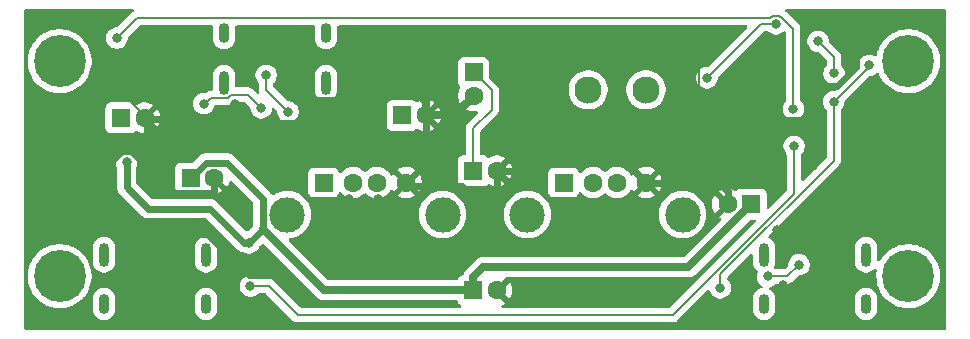
<source format=gbr>
%TF.GenerationSoftware,KiCad,Pcbnew,9.0.0*%
%TF.CreationDate,2025-03-31T17:07:40+02:00*%
%TF.ProjectId,Project Hub,50726f6a-6563-4742-9048-75622e6b6963,rev?*%
%TF.SameCoordinates,Original*%
%TF.FileFunction,Copper,L2,Bot*%
%TF.FilePolarity,Positive*%
%FSLAX46Y46*%
G04 Gerber Fmt 4.6, Leading zero omitted, Abs format (unit mm)*
G04 Created by KiCad (PCBNEW 9.0.0) date 2025-03-31 17:07:40*
%MOMM*%
%LPD*%
G01*
G04 APERTURE LIST*
%TA.AperFunction,ComponentPad*%
%ADD10R,1.600000X1.600000*%
%TD*%
%TA.AperFunction,ComponentPad*%
%ADD11C,1.600000*%
%TD*%
%TA.AperFunction,ComponentPad*%
%ADD12O,0.900000X2.000000*%
%TD*%
%TA.AperFunction,ComponentPad*%
%ADD13O,0.900000X1.700000*%
%TD*%
%TA.AperFunction,ComponentPad*%
%ADD14C,0.700000*%
%TD*%
%TA.AperFunction,ComponentPad*%
%ADD15C,4.400000*%
%TD*%
%TA.AperFunction,ComponentPad*%
%ADD16R,1.600000X1.500000*%
%TD*%
%TA.AperFunction,ComponentPad*%
%ADD17C,3.000000*%
%TD*%
%TA.AperFunction,ComponentPad*%
%ADD18C,2.300000*%
%TD*%
%TA.AperFunction,ViaPad*%
%ADD19C,0.800000*%
%TD*%
%TA.AperFunction,Conductor*%
%ADD20C,0.600000*%
%TD*%
%TA.AperFunction,Conductor*%
%ADD21C,0.200000*%
%TD*%
%TA.AperFunction,Conductor*%
%ADD22C,0.700000*%
%TD*%
%TA.AperFunction,Conductor*%
%ADD23C,0.800000*%
%TD*%
G04 APERTURE END LIST*
D10*
%TO.P,PC6,1*%
%TO.N,HUB3V3*%
X72655088Y-95756400D03*
D11*
%TO.P,PC6,2*%
%TO.N,GND*%
X74655088Y-95756400D03*
%TD*%
D12*
%TO.P,USB3,S1,SHIELD*%
%TO.N,unconnected-(USB3-SHIELD-PadS1)_3*%
X60200000Y-88290000D03*
D13*
%TO.N,unconnected-(USB3-SHIELD-PadS1)_1*%
X60200000Y-84120000D03*
D12*
%TO.N,unconnected-(USB3-SHIELD-PadS1)*%
X51560000Y-88290000D03*
D13*
%TO.N,unconnected-(USB3-SHIELD-PadS1)_2*%
X51560000Y-84120000D03*
%TD*%
D10*
%TO.P,PC2,1*%
%TO.N,FUSED VCC*%
X72655088Y-105870000D03*
D11*
%TO.P,PC2,2*%
%TO.N,GND*%
X74655088Y-105870000D03*
%TD*%
D14*
%TO.P,M2,1*%
%TO.N,N/C*%
X35990000Y-86470000D03*
X36473274Y-85303274D03*
X36473274Y-87636726D03*
X37640000Y-84820000D03*
D15*
X37640000Y-86470000D03*
D14*
X37640000Y-88120000D03*
X38806726Y-85303274D03*
X38806726Y-87636726D03*
X39290000Y-86470000D03*
%TD*%
%TO.P,M2,1*%
%TO.N,N/C*%
X35990000Y-104670000D03*
X36473274Y-103503274D03*
X36473274Y-105836726D03*
X37640000Y-103020000D03*
D15*
X37640000Y-104670000D03*
D14*
X37640000Y-106320000D03*
X38806726Y-103503274D03*
X38806726Y-105836726D03*
X39290000Y-104670000D03*
%TD*%
D16*
%TO.P,USB2,1,VBUS*%
%TO.N,Net-(USB2-VBUS)*%
X80320000Y-96748000D03*
D11*
%TO.P,USB2,2,D-*%
%TO.N,D4_N*%
X82820000Y-96748000D03*
%TO.P,USB2,3,D+*%
%TO.N,D4_P*%
X84820000Y-96748000D03*
%TO.P,USB2,4,GND*%
%TO.N,GND*%
X87320000Y-96748000D03*
D17*
%TO.P,USB2,5,Shield*%
%TO.N,unconnected-(USB2-Shield-Pad5)*%
X77250000Y-99458000D03*
%TO.N,unconnected-(USB2-Shield-Pad5)_1*%
X90390000Y-99458000D03*
%TD*%
D10*
%TO.P,PC7,1*%
%TO.N,FUSED VCC*%
X96190000Y-98570000D03*
D11*
%TO.P,PC7,2*%
%TO.N,GND*%
X94190000Y-98570000D03*
%TD*%
D10*
%TO.P,PC1,1*%
%TO.N,FUSED VCC*%
X48734888Y-96370000D03*
D11*
%TO.P,PC1,2*%
%TO.N,GND*%
X50734888Y-96370000D03*
%TD*%
D16*
%TO.P,USB1,1,VBUS*%
%TO.N,Net-(USB1-VBUS)*%
X60000000Y-96748000D03*
D11*
%TO.P,USB1,2,D-*%
%TO.N,D3_N*%
X62500000Y-96748000D03*
%TO.P,USB1,3,D+*%
%TO.N,D3_P*%
X64500000Y-96748000D03*
%TO.P,USB1,4,GND*%
%TO.N,GND*%
X67000000Y-96748000D03*
D17*
%TO.P,USB1,5,Shield*%
%TO.N,unconnected-(USB1-Shield-Pad5)_1*%
X56930000Y-99458000D03*
%TO.N,unconnected-(USB1-Shield-Pad5)*%
X70070000Y-99458000D03*
%TD*%
D14*
%TO.P,M2,1*%
%TO.N,N/C*%
X107840000Y-104670000D03*
X108323274Y-103503274D03*
X108323274Y-105836726D03*
X109490000Y-103020000D03*
D15*
X109490000Y-104670000D03*
D14*
X109490000Y-106320000D03*
X110656726Y-103503274D03*
X110656726Y-105836726D03*
X111140000Y-104670000D03*
%TD*%
D10*
%TO.P,PC3,1*%
%TO.N,FUSED VCC*%
X42834888Y-91270000D03*
D11*
%TO.P,PC3,2*%
%TO.N,GND*%
X44834888Y-91270000D03*
%TD*%
D10*
%TO.P,PC5,1*%
%TO.N,HUB3V3*%
X72690000Y-87414888D03*
D11*
%TO.P,PC5,2*%
%TO.N,GND*%
X72690000Y-89414888D03*
%TD*%
D10*
%TO.P,PC4,1*%
%TO.N,3V3*%
X66634888Y-91070000D03*
D11*
%TO.P,PC4,2*%
%TO.N,GND*%
X68634888Y-91070000D03*
%TD*%
D12*
%TO.P,USB4,S1,SHIELD*%
%TO.N,unconnected-(USB4-SHIELD-PadS1)_2*%
X97280000Y-102859000D03*
D13*
%TO.N,unconnected-(USB4-SHIELD-PadS1)*%
X97280000Y-107029000D03*
D12*
%TO.N,unconnected-(USB4-SHIELD-PadS1)_1*%
X105920000Y-102859000D03*
D13*
%TO.N,unconnected-(USB4-SHIELD-PadS1)_3*%
X105920000Y-107029000D03*
%TD*%
D14*
%TO.P,M2,1*%
%TO.N,N/C*%
X107840000Y-86470000D03*
X108323274Y-85303274D03*
X108323274Y-87636726D03*
X109490000Y-84820000D03*
D15*
X109490000Y-86470000D03*
D14*
X109490000Y-88120000D03*
X110656726Y-85303274D03*
X110656726Y-87636726D03*
X111140000Y-86470000D03*
%TD*%
D18*
%TO.P,Y1,1,1*%
%TO.N,Net-(U1-X1)*%
X87286000Y-88900000D03*
%TO.P,Y1,2,2*%
%TO.N,Net-(U1-X2)*%
X82386000Y-88900000D03*
%TD*%
D12*
%TO.P,USB5,S1,SHIELD*%
%TO.N,unconnected-(USB5-SHIELD-PadS1)_3*%
X41400000Y-102859000D03*
D13*
%TO.N,unconnected-(USB5-SHIELD-PadS1)_1*%
X41400000Y-107029000D03*
D12*
%TO.N,unconnected-(USB5-SHIELD-PadS1)*%
X50040000Y-102859000D03*
D13*
%TO.N,unconnected-(USB5-SHIELD-PadS1)_2*%
X50040000Y-107029000D03*
%TD*%
D19*
%TO.N,GND*%
X43390000Y-106670000D03*
X48390000Y-107920000D03*
X45085000Y-95377000D03*
X106045000Y-100203000D03*
X84140000Y-102420000D03*
X111390000Y-107920000D03*
X79140000Y-106670000D03*
X48390000Y-106670000D03*
X111390000Y-97420000D03*
X41562000Y-95344000D03*
X108890000Y-99920000D03*
X45140000Y-88870000D03*
X65390000Y-93170000D03*
X37140000Y-92670000D03*
X108890000Y-91170000D03*
X37140000Y-97670000D03*
X84140000Y-106670000D03*
X66640000Y-93170000D03*
X82890000Y-98670000D03*
X44640000Y-107920000D03*
X63390000Y-101920000D03*
X82890000Y-105420000D03*
X107640000Y-107920000D03*
X84140000Y-98670000D03*
X110140000Y-93670000D03*
X39640000Y-83170000D03*
X81640000Y-105420000D03*
X84140000Y-105420000D03*
X86640000Y-99920000D03*
X108890000Y-98670000D03*
X35890000Y-97670000D03*
X42140000Y-104920000D03*
X86640000Y-101170000D03*
X39640000Y-93920000D03*
X111390000Y-94920000D03*
X105140000Y-104920000D03*
X79197200Y-94183200D03*
X85390000Y-106670000D03*
X38390000Y-93920000D03*
X110140000Y-107920000D03*
X107640000Y-99920000D03*
X100140000Y-105420000D03*
X85390000Y-98670000D03*
X37140000Y-107920000D03*
X35890000Y-101420000D03*
X37140000Y-100170000D03*
X63390000Y-104420000D03*
X47140000Y-105420000D03*
X38390000Y-91420000D03*
X111390000Y-89920000D03*
X104521000Y-97790000D03*
X64640000Y-104420000D03*
X108890000Y-92420000D03*
X110140000Y-94920000D03*
X39640000Y-90170000D03*
X63390000Y-103170000D03*
X81640000Y-106670000D03*
X37140000Y-83170000D03*
X70640000Y-89170000D03*
X39640000Y-96420000D03*
X35890000Y-91420000D03*
X65890000Y-101920000D03*
X37140000Y-91420000D03*
X107640000Y-89920000D03*
X70890000Y-104420000D03*
X56143320Y-104817480D03*
X69390000Y-89170000D03*
X77890000Y-105420000D03*
X79140000Y-105420000D03*
X35890000Y-107920000D03*
X35890000Y-93920000D03*
X108890000Y-94920000D03*
X98890000Y-105420000D03*
X105029000Y-91440000D03*
X39640000Y-95170000D03*
X62140000Y-101920000D03*
X38390000Y-96420000D03*
X85390000Y-99920000D03*
X107640000Y-94920000D03*
X35890000Y-100170000D03*
X111390000Y-92420000D03*
X80390000Y-98670000D03*
X89140000Y-106670000D03*
X64640000Y-99420000D03*
X110140000Y-91170000D03*
X68390000Y-103170000D03*
X85390000Y-105420000D03*
X87890000Y-99920000D03*
X102640000Y-105420000D03*
X67140000Y-100670000D03*
X37140000Y-98920000D03*
X38390000Y-101420000D03*
X87890000Y-106670000D03*
X35890000Y-92670000D03*
X64640000Y-103170000D03*
X98400000Y-100736000D03*
X38390000Y-90170000D03*
X37140000Y-101420000D03*
X45890000Y-107920000D03*
X65890000Y-99420000D03*
X39640000Y-100170000D03*
X47140000Y-85170000D03*
X89140000Y-102420000D03*
X38390000Y-95170000D03*
X110140000Y-99920000D03*
X89140000Y-105420000D03*
X60890000Y-100670000D03*
X37140000Y-95170000D03*
X77890000Y-102420000D03*
X108890000Y-93670000D03*
X48390000Y-105420000D03*
X43390000Y-105420000D03*
X44640000Y-106670000D03*
X35890000Y-96420000D03*
X86640000Y-106670000D03*
X64640000Y-100670000D03*
X62140000Y-104420000D03*
X80390000Y-105420000D03*
X100140000Y-107920000D03*
X82890000Y-102420000D03*
X110140000Y-101170000D03*
X107640000Y-92420000D03*
X107640000Y-98670000D03*
X48197000Y-90070000D03*
X60890000Y-104420000D03*
X39640000Y-107920000D03*
X107640000Y-97420000D03*
X86640000Y-105420000D03*
X101390000Y-105420000D03*
X70640000Y-86670000D03*
X60890000Y-103170000D03*
X65890000Y-103170000D03*
X102640000Y-106670000D03*
X62140000Y-99420000D03*
X80390000Y-99920000D03*
X80390000Y-102420000D03*
X84140000Y-101170000D03*
X110140000Y-98670000D03*
X102640000Y-107920000D03*
X63390000Y-98170000D03*
X79140000Y-102420000D03*
X35890000Y-90170000D03*
X65890000Y-98170000D03*
X81640000Y-102420000D03*
X87890000Y-98670000D03*
X68390000Y-104420000D03*
X62140000Y-98170000D03*
X39640000Y-92670000D03*
X69640000Y-103170000D03*
X67140000Y-101920000D03*
X82890000Y-106670000D03*
X77890000Y-106670000D03*
X81640000Y-99920000D03*
X64640000Y-98170000D03*
X107640000Y-101170000D03*
X45890000Y-106670000D03*
X35890000Y-98920000D03*
X111390000Y-98670000D03*
X47140000Y-86420000D03*
X37140000Y-96420000D03*
X39640000Y-97670000D03*
X111390000Y-101170000D03*
X108890000Y-101170000D03*
X41656000Y-87376000D03*
X86640000Y-102420000D03*
X103890000Y-106670000D03*
X110140000Y-92420000D03*
X101390000Y-106670000D03*
X103890000Y-107920000D03*
X67140000Y-99420000D03*
X108890000Y-89920000D03*
X100140000Y-106670000D03*
X98890000Y-107920000D03*
X80390000Y-101170000D03*
X62140000Y-103170000D03*
X65890000Y-100670000D03*
X39640000Y-91420000D03*
X39640000Y-98920000D03*
X35890000Y-95170000D03*
X70890000Y-103170000D03*
X110140000Y-96170000D03*
X108890000Y-107920000D03*
X101390000Y-107920000D03*
X44640000Y-105420000D03*
X64640000Y-101920000D03*
X81640000Y-98670000D03*
X82890000Y-99920000D03*
X67140000Y-104420000D03*
X79140000Y-101170000D03*
X38390000Y-107920000D03*
X110140000Y-97420000D03*
X111390000Y-93670000D03*
X107640000Y-91170000D03*
X98890000Y-106670000D03*
X87890000Y-102420000D03*
X87890000Y-105420000D03*
X111390000Y-96170000D03*
X108890000Y-97420000D03*
X82890000Y-101170000D03*
X47140000Y-106670000D03*
X35890000Y-83170000D03*
X62140000Y-100670000D03*
X87890000Y-101170000D03*
X102235000Y-83312000D03*
X92100400Y-85648800D03*
X107640000Y-96170000D03*
X86640000Y-98670000D03*
X47140000Y-83920000D03*
X37140000Y-93920000D03*
X47140000Y-107920000D03*
X111390000Y-99920000D03*
X45890000Y-105420000D03*
X101390000Y-95358400D03*
X69640000Y-104420000D03*
X38390000Y-92670000D03*
X69390000Y-87920000D03*
X67140000Y-103170000D03*
X108890000Y-96170000D03*
X81640000Y-101170000D03*
X38390000Y-98920000D03*
X38390000Y-100170000D03*
X70640000Y-87920000D03*
X106390000Y-104920000D03*
X65890000Y-104420000D03*
X38390000Y-97670000D03*
X59080000Y-90272000D03*
X111390000Y-91170000D03*
X85390000Y-101170000D03*
X43390000Y-107920000D03*
X63390000Y-100670000D03*
X80390000Y-106670000D03*
X63590000Y-84120000D03*
X42520000Y-100432000D03*
X60890000Y-101920000D03*
X48920000Y-101067000D03*
X110140000Y-89920000D03*
X40890000Y-104920000D03*
X39640000Y-101420000D03*
X84140000Y-99920000D03*
X37140000Y-90170000D03*
X107640000Y-93670000D03*
X38390000Y-83170000D03*
X63390000Y-99420000D03*
X85390000Y-102420000D03*
X103890000Y-105420000D03*
X52514500Y-90106500D03*
%TO.N,5V*%
X103180400Y-89910400D03*
X93573600Y-105664000D03*
X106190000Y-86820000D03*
%TO.N,3V3*%
X99822000Y-93675200D03*
X103200200Y-87503000D03*
X53797200Y-105511600D03*
X101854000Y-84785200D03*
%TO.N,FUSED VCC*%
X53695600Y-101854000D03*
X43307000Y-95046200D03*
%TO.N,Net-(USB3-CC2)*%
X49847000Y-90070000D03*
X54711600Y-90424000D03*
%TO.N,Net-(U1-RREF)*%
X92444989Y-87877484D03*
X98298000Y-83312000D03*
%TO.N,OVCUR1*%
X99758500Y-90487500D03*
X42481000Y-84519000D03*
%TO.N,Net-(USB4-CC1)*%
X100253800Y-103708200D03*
X97586800Y-104698800D03*
%TO.N,D0_P*%
X56990000Y-90770000D03*
X55130000Y-87670000D03*
%TD*%
D20*
%TO.N,GND*%
X57607200Y-91744800D02*
X59080000Y-90272000D01*
X50734888Y-96370000D02*
X50734888Y-97501370D01*
D21*
X98653600Y-91440000D02*
X94190000Y-95903600D01*
D20*
X71709311Y-97055911D02*
X72518000Y-97864600D01*
D21*
X101390000Y-94207923D02*
X100990400Y-93808323D01*
D20*
X100584000Y-91440000D02*
X100990400Y-91033600D01*
X77622400Y-95758000D02*
X77620800Y-95756400D01*
X67307911Y-97055911D02*
X71709311Y-97055911D01*
X53685913Y-104612089D02*
X50140824Y-101067000D01*
X43155000Y-101067000D02*
X42520000Y-100432000D01*
X74655088Y-97124512D02*
X74655088Y-95756400D01*
X98400000Y-100736000D02*
X105512000Y-100736000D01*
X54152800Y-91744800D02*
X57607200Y-91744800D01*
X77620800Y-95756400D02*
X74655088Y-95756400D01*
D22*
X64617280Y-89839520D02*
X59512480Y-89839520D01*
D23*
X41562000Y-95344000D02*
X41562000Y-99474000D01*
D20*
X72518000Y-97864600D02*
X73915000Y-97864600D01*
X87320000Y-96748000D02*
X84755200Y-94183200D01*
D21*
X91745489Y-88748289D02*
X94437200Y-91440000D01*
D20*
X101803200Y-88595200D02*
X103439277Y-88595200D01*
X104521000Y-91948000D02*
X105029000Y-91440000D01*
D22*
X68634888Y-91070000D02*
X68634888Y-89938630D01*
D20*
X59080000Y-90272000D02*
X59516311Y-89835689D01*
X103439277Y-88595200D02*
X105029000Y-87005477D01*
X100990400Y-89408000D02*
X101803200Y-88595200D01*
X68634888Y-95113112D02*
X68634888Y-91070000D01*
X100990400Y-91033600D02*
X100990400Y-89408000D01*
X98653600Y-91440000D02*
X100584000Y-91440000D01*
D21*
X101390000Y-95358400D02*
X101390000Y-94207923D01*
D20*
X84755200Y-94183200D02*
X79197200Y-94183200D01*
X51284200Y-91336800D02*
X44901688Y-91336800D01*
X106045000Y-100203000D02*
X106045000Y-99314000D01*
D22*
X68634888Y-89938630D02*
X67721658Y-89025400D01*
D21*
X100990400Y-93808323D02*
X100990400Y-91033600D01*
D20*
X55937929Y-104612089D02*
X53685913Y-104612089D01*
X106045000Y-99314000D02*
X104521000Y-97790000D01*
D23*
X41562000Y-99474000D02*
X42520000Y-100432000D01*
D20*
X56143320Y-104817480D02*
X55937929Y-104612089D01*
X93448600Y-96748000D02*
X94190000Y-97489400D01*
D22*
X67721658Y-89025400D02*
X65431400Y-89025400D01*
D20*
X52514500Y-90106500D02*
X51284200Y-91336800D01*
D22*
X59512480Y-89839520D02*
X59080000Y-90272000D01*
D20*
X50566747Y-97669511D02*
X47377511Y-97669511D01*
D21*
X94437200Y-91440000D02*
X98653600Y-91440000D01*
D23*
X45085000Y-95377000D02*
X45085000Y-91520112D01*
D20*
X105029000Y-87005477D02*
X105029000Y-86106000D01*
X104521000Y-97790000D02*
X104521000Y-91948000D01*
X105029000Y-86106000D02*
X102235000Y-83312000D01*
X44901688Y-91336800D02*
X44834888Y-91270000D01*
D23*
X45085000Y-95377000D02*
X43737200Y-94029200D01*
D22*
X65431400Y-89025400D02*
X64617280Y-89839520D01*
X68634888Y-91070000D02*
X71034888Y-91070000D01*
X71034888Y-91070000D02*
X72690000Y-89414888D01*
D20*
X50140824Y-101067000D02*
X48920000Y-101067000D01*
D21*
X41656000Y-87376000D02*
X41656000Y-87951992D01*
D20*
X50734888Y-97501370D02*
X50566747Y-97669511D01*
X87320000Y-96748000D02*
X93448600Y-96748000D01*
D21*
X92100400Y-85648800D02*
X91745489Y-86003711D01*
X94190000Y-95903600D02*
X94190000Y-98570000D01*
D20*
X48920000Y-101067000D02*
X43155000Y-101067000D01*
X67000000Y-96748000D02*
X68634888Y-95113112D01*
X73915000Y-97864600D02*
X74655088Y-97124512D01*
D23*
X45085000Y-91520112D02*
X44834888Y-91270000D01*
D20*
X67000000Y-96748000D02*
X67307911Y-97055911D01*
D21*
X41656000Y-87951992D02*
X44834888Y-91130880D01*
D20*
X52514500Y-90106500D02*
X54152800Y-91744800D01*
X94190000Y-97489400D02*
X94190000Y-98570000D01*
D23*
X43737200Y-94029200D02*
X42876800Y-94029200D01*
D20*
X47377511Y-97669511D02*
X45085000Y-95377000D01*
D21*
X91745489Y-86003711D02*
X91745489Y-88748289D01*
X44834888Y-91130880D02*
X44834888Y-91270000D01*
D20*
X77622400Y-95758000D02*
X79197200Y-94183200D01*
D23*
X42876800Y-94029200D02*
X41562000Y-95344000D01*
D20*
X105512000Y-100736000D02*
X106045000Y-100203000D01*
D21*
%TO.N,5V*%
X103180400Y-89910400D02*
X103180400Y-94895006D01*
X106045000Y-87045800D02*
X103180400Y-89910400D01*
X93573600Y-104501806D02*
X93573600Y-105664000D01*
X106190000Y-86820000D02*
X106045000Y-86965000D01*
X103180400Y-94895006D02*
X93573600Y-104501806D01*
X106045000Y-86965000D02*
X106045000Y-87045800D01*
%TO.N,3V3*%
X89560400Y-107950000D02*
X99822000Y-97688400D01*
X53797200Y-105511600D02*
X55372000Y-105511600D01*
X57810400Y-107950000D02*
X89560400Y-107950000D01*
X99822000Y-97688400D02*
X99822000Y-93675200D01*
X103200200Y-87503000D02*
X103200200Y-86131400D01*
X55372000Y-105511600D02*
X57810400Y-107950000D01*
X103200200Y-86131400D02*
X101854000Y-84785200D01*
%TO.N,HUB3V3*%
X72655088Y-95756400D02*
X72655088Y-92164912D01*
X74219800Y-90600200D02*
X74219800Y-88944688D01*
X74219800Y-88944688D02*
X72690000Y-87414888D01*
X72655088Y-92164912D02*
X74219800Y-90600200D01*
D22*
%TO.N,FUSED VCC*%
X72655088Y-105870000D02*
X60048400Y-105870000D01*
D20*
X45136800Y-98956800D02*
X43308000Y-97128000D01*
X53695600Y-101854000D02*
X54864000Y-100685600D01*
D22*
X72655088Y-105870000D02*
X72655088Y-104763312D01*
X60048400Y-105870000D02*
X54864000Y-100685600D01*
X73508600Y-103909800D02*
X90850200Y-103909800D01*
D20*
X43308000Y-97128000D02*
X43308000Y-95047200D01*
D22*
X72655088Y-104763312D02*
X73508600Y-103909800D01*
D20*
X50034399Y-95070489D02*
X48734888Y-96370000D01*
D22*
X90850200Y-103909800D02*
X96190000Y-98570000D01*
D20*
X43308000Y-95047200D02*
X43307000Y-95046200D01*
X54864000Y-100685600D02*
X54864000Y-98127835D01*
X54864000Y-98127835D02*
X51806654Y-95070489D01*
X51806654Y-95070489D02*
X50034399Y-95070489D01*
X50394600Y-98956800D02*
X45136800Y-98956800D01*
X42482888Y-91313000D02*
X42545000Y-91313000D01*
X53695600Y-101854000D02*
X53291800Y-101854000D01*
X53291800Y-101854000D02*
X50394600Y-98956800D01*
D21*
%TO.N,Net-(USB3-CC2)*%
X51870461Y-89589520D02*
X52153581Y-89306400D01*
X49847000Y-90070000D02*
X49990596Y-90070000D01*
X49990596Y-90070000D02*
X50471076Y-89589520D01*
X53594000Y-89306400D02*
X54711600Y-90424000D01*
X50471076Y-89589520D02*
X51870461Y-89589520D01*
X52153581Y-89306400D02*
X53594000Y-89306400D01*
%TO.N,Net-(U1-RREF)*%
X92444989Y-87877484D02*
X92462516Y-87877484D01*
X97028000Y-83312000D02*
X98298000Y-83312000D01*
X92462516Y-87877484D02*
X97028000Y-83312000D01*
%TO.N,OVCUR1*%
X98841277Y-82820000D02*
X98797364Y-82820000D01*
X44180000Y-82820000D02*
X42481000Y-84519000D01*
X99758500Y-83737223D02*
X98841277Y-82820000D01*
X97798636Y-82820000D02*
X44180000Y-82820000D01*
X99758500Y-90487500D02*
X99758500Y-83737223D01*
X98797364Y-82820000D02*
X98588364Y-82611000D01*
X98588364Y-82611000D02*
X98007636Y-82611000D01*
X98007636Y-82611000D02*
X97798636Y-82820000D01*
%TO.N,Net-(USB4-CC1)*%
X99263200Y-104698800D02*
X100253800Y-103708200D01*
X97586800Y-104698800D02*
X99263200Y-104698800D01*
%TO.N,D0_P*%
X55118000Y-88873244D02*
X55118000Y-87682000D01*
X56990000Y-90770000D02*
X56902025Y-90682025D01*
X56902025Y-90682025D02*
X56902025Y-90657269D01*
X55118000Y-87682000D02*
X55130000Y-87670000D01*
X56902025Y-90657269D02*
X55118000Y-88873244D01*
%TD*%
%TA.AperFunction,Conductor*%
%TO.N,GND*%
G36*
X96535282Y-99898502D02*
G01*
X96581775Y-99952158D01*
X96591879Y-100022432D01*
X96562385Y-100087012D01*
X96556256Y-100093595D01*
X89345256Y-107304595D01*
X89282944Y-107338621D01*
X89256161Y-107341500D01*
X75154588Y-107341500D01*
X75086467Y-107321498D01*
X75039974Y-107267842D01*
X75029870Y-107197568D01*
X75059364Y-107132988D01*
X75115652Y-107095667D01*
X75157181Y-107082173D01*
X75157187Y-107082170D01*
X75340629Y-106988701D01*
X75383460Y-106957582D01*
X74695877Y-106270000D01*
X74707749Y-106270000D01*
X74809482Y-106242741D01*
X74900694Y-106190080D01*
X74975168Y-106115606D01*
X75027829Y-106024394D01*
X75055088Y-105922661D01*
X75055088Y-105910791D01*
X75742669Y-106598372D01*
X75742670Y-106598372D01*
X75773789Y-106555541D01*
X75867258Y-106372099D01*
X75867261Y-106372093D01*
X75930879Y-106176296D01*
X75963088Y-105972938D01*
X75963088Y-105767061D01*
X75930879Y-105563703D01*
X75867261Y-105367906D01*
X75867258Y-105367900D01*
X75773787Y-105184454D01*
X75742671Y-105141626D01*
X75742670Y-105141626D01*
X75055088Y-105829208D01*
X75055088Y-105817339D01*
X75027829Y-105715606D01*
X74975168Y-105624394D01*
X74900694Y-105549920D01*
X74809482Y-105497259D01*
X74707749Y-105470000D01*
X74695878Y-105470000D01*
X75360673Y-104805205D01*
X75422985Y-104771179D01*
X75449768Y-104768300D01*
X90934754Y-104768300D01*
X90934755Y-104768300D01*
X91100616Y-104735308D01*
X91169587Y-104706739D01*
X91256852Y-104670593D01*
X91397462Y-104576641D01*
X91517041Y-104457062D01*
X91517041Y-104457061D01*
X96058697Y-99915405D01*
X96121009Y-99881379D01*
X96147792Y-99878500D01*
X96467161Y-99878500D01*
X96535282Y-99898502D01*
G37*
%TD.AperFunction*%
%TA.AperFunction,Conductor*%
G36*
X43890232Y-82072502D02*
G01*
X43936725Y-82126158D01*
X43946829Y-82196432D01*
X43917335Y-82261012D01*
X43885112Y-82287617D01*
X43836178Y-82315869D01*
X43806374Y-82333077D01*
X43806366Y-82333083D01*
X42565856Y-83573595D01*
X42503544Y-83607620D01*
X42476761Y-83610500D01*
X42391518Y-83610500D01*
X42260771Y-83636507D01*
X42216000Y-83645413D01*
X42215999Y-83645413D01*
X42215996Y-83645414D01*
X42050662Y-83713899D01*
X41901869Y-83813319D01*
X41901862Y-83813324D01*
X41775324Y-83939862D01*
X41775319Y-83939869D01*
X41702399Y-84049003D01*
X41675898Y-84088664D01*
X41661716Y-84122902D01*
X41607414Y-84253996D01*
X41572500Y-84429518D01*
X41572500Y-84608481D01*
X41573679Y-84614407D01*
X41607413Y-84784000D01*
X41675898Y-84949336D01*
X41775322Y-85098135D01*
X41901865Y-85224678D01*
X42050664Y-85324102D01*
X42216000Y-85392587D01*
X42391521Y-85427500D01*
X42391522Y-85427500D01*
X42570478Y-85427500D01*
X42570479Y-85427500D01*
X42746000Y-85392587D01*
X42911336Y-85324102D01*
X43060135Y-85224678D01*
X43186678Y-85098135D01*
X43286102Y-84949336D01*
X43354587Y-84784000D01*
X43389500Y-84608479D01*
X43389500Y-84523239D01*
X43409502Y-84455118D01*
X43426405Y-84434144D01*
X44395144Y-83465405D01*
X44457456Y-83431379D01*
X44484239Y-83428500D01*
X50487173Y-83428500D01*
X50555294Y-83448502D01*
X50601787Y-83502158D01*
X50611891Y-83572432D01*
X50610752Y-83579081D01*
X50601500Y-83625590D01*
X50601500Y-84614407D01*
X50635234Y-84784000D01*
X50638334Y-84799584D01*
X50710588Y-84974020D01*
X50815484Y-85131008D01*
X50948992Y-85264516D01*
X51105980Y-85369412D01*
X51280416Y-85441666D01*
X51465596Y-85478500D01*
X51465597Y-85478500D01*
X51654403Y-85478500D01*
X51654404Y-85478500D01*
X51839584Y-85441666D01*
X52014020Y-85369412D01*
X52171008Y-85264516D01*
X52304516Y-85131008D01*
X52409412Y-84974020D01*
X52481666Y-84799584D01*
X52518500Y-84614404D01*
X52518500Y-83625596D01*
X52515497Y-83610500D01*
X52509248Y-83579081D01*
X52515576Y-83508367D01*
X52559130Y-83452300D01*
X52626083Y-83428681D01*
X52632827Y-83428500D01*
X59127173Y-83428500D01*
X59195294Y-83448502D01*
X59241787Y-83502158D01*
X59251891Y-83572432D01*
X59250752Y-83579081D01*
X59241500Y-83625590D01*
X59241500Y-84614407D01*
X59275234Y-84784000D01*
X59278334Y-84799584D01*
X59350588Y-84974020D01*
X59455484Y-85131008D01*
X59588992Y-85264516D01*
X59745980Y-85369412D01*
X59920416Y-85441666D01*
X60105596Y-85478500D01*
X60105597Y-85478500D01*
X60294403Y-85478500D01*
X60294404Y-85478500D01*
X60479584Y-85441666D01*
X60654020Y-85369412D01*
X60811008Y-85264516D01*
X60944516Y-85131008D01*
X61049412Y-84974020D01*
X61121666Y-84799584D01*
X61158500Y-84614404D01*
X61158500Y-83625596D01*
X61155497Y-83610500D01*
X61149248Y-83579081D01*
X61155576Y-83508367D01*
X61199130Y-83452300D01*
X61266083Y-83428681D01*
X61272827Y-83428500D01*
X95746761Y-83428500D01*
X95814882Y-83448502D01*
X95861375Y-83502158D01*
X95871479Y-83572432D01*
X95841985Y-83637012D01*
X95835856Y-83643595D01*
X92547372Y-86932079D01*
X92485060Y-86966105D01*
X92458277Y-86968984D01*
X92355507Y-86968984D01*
X92224760Y-86994991D01*
X92179989Y-87003897D01*
X92179988Y-87003897D01*
X92179985Y-87003898D01*
X92014651Y-87072383D01*
X91865858Y-87171803D01*
X91865851Y-87171808D01*
X91739313Y-87298346D01*
X91739308Y-87298353D01*
X91639888Y-87447146D01*
X91571403Y-87612480D01*
X91571402Y-87612483D01*
X91571402Y-87612484D01*
X91562496Y-87657255D01*
X91536489Y-87788002D01*
X91536489Y-87966965D01*
X91549178Y-88030757D01*
X91571402Y-88142484D01*
X91639887Y-88307820D01*
X91739311Y-88456619D01*
X91865854Y-88583162D01*
X92014653Y-88682586D01*
X92179989Y-88751071D01*
X92355510Y-88785984D01*
X92355511Y-88785984D01*
X92534467Y-88785984D01*
X92534468Y-88785984D01*
X92709989Y-88751071D01*
X92875325Y-88682586D01*
X93024124Y-88583162D01*
X93150667Y-88456619D01*
X93250091Y-88307820D01*
X93318576Y-88142484D01*
X93353489Y-87966963D01*
X93353489Y-87899250D01*
X93373491Y-87831129D01*
X93390394Y-87810155D01*
X97243144Y-83957405D01*
X97270512Y-83942460D01*
X97296741Y-83925604D01*
X97303039Y-83924698D01*
X97305456Y-83923379D01*
X97332239Y-83920500D01*
X97569497Y-83920500D01*
X97637618Y-83940502D01*
X97658592Y-83957405D01*
X97718865Y-84017678D01*
X97867664Y-84117102D01*
X98033000Y-84185587D01*
X98208521Y-84220500D01*
X98208522Y-84220500D01*
X98387478Y-84220500D01*
X98387479Y-84220500D01*
X98563000Y-84185587D01*
X98728336Y-84117102D01*
X98877135Y-84017678D01*
X98934905Y-83959908D01*
X98997217Y-83925882D01*
X99068032Y-83930947D01*
X99124868Y-83973494D01*
X99149679Y-84040014D01*
X99150000Y-84049003D01*
X99150000Y-89758997D01*
X99129998Y-89827118D01*
X99113095Y-89848092D01*
X99052824Y-89908362D01*
X99052819Y-89908369D01*
X98953399Y-90057162D01*
X98884914Y-90222496D01*
X98850000Y-90398018D01*
X98850000Y-90576981D01*
X98851936Y-90586713D01*
X98878985Y-90722700D01*
X98884914Y-90752503D01*
X98904973Y-90800929D01*
X98953398Y-90917836D01*
X99052822Y-91066635D01*
X99179365Y-91193178D01*
X99328164Y-91292602D01*
X99493500Y-91361087D01*
X99669021Y-91396000D01*
X99669022Y-91396000D01*
X99847978Y-91396000D01*
X99847979Y-91396000D01*
X100023500Y-91361087D01*
X100188836Y-91292602D01*
X100337635Y-91193178D01*
X100464178Y-91066635D01*
X100563602Y-90917836D01*
X100632087Y-90752500D01*
X100667000Y-90576979D01*
X100667000Y-90398021D01*
X100632087Y-90222500D01*
X100563602Y-90057164D01*
X100464178Y-89908365D01*
X100403905Y-89848092D01*
X100369879Y-89785780D01*
X100367000Y-89758997D01*
X100367000Y-83657113D01*
X100363865Y-83645414D01*
X100325532Y-83502351D01*
X100325532Y-83502350D01*
X100289774Y-83440416D01*
X100245423Y-83363598D01*
X100245415Y-83363588D01*
X99214910Y-82333083D01*
X99214900Y-82333075D01*
X99136167Y-82287619D01*
X99087174Y-82236237D01*
X99073738Y-82166523D01*
X99100124Y-82100612D01*
X99157956Y-82059430D01*
X99199167Y-82052500D01*
X106675651Y-82052500D01*
X112543500Y-82052500D01*
X112611621Y-82072502D01*
X112658114Y-82126158D01*
X112669500Y-82178500D01*
X112669500Y-109083500D01*
X112649498Y-109151621D01*
X112595842Y-109198114D01*
X112543500Y-109209500D01*
X34776500Y-109209500D01*
X34708379Y-109189498D01*
X34661886Y-109135842D01*
X34650500Y-109083500D01*
X34650500Y-104517892D01*
X34931500Y-104517892D01*
X34931500Y-104822107D01*
X34965561Y-105124410D01*
X35000603Y-105277935D01*
X35033254Y-105420991D01*
X35033256Y-105420997D01*
X35033255Y-105420997D01*
X35133722Y-105708113D01*
X35133733Y-105708140D01*
X35265719Y-105982212D01*
X35265724Y-105982221D01*
X35427575Y-106239804D01*
X35427578Y-106239808D01*
X35617241Y-106477640D01*
X35832359Y-106692758D01*
X36070191Y-106882421D01*
X36070199Y-106882427D01*
X36229521Y-106982536D01*
X36310249Y-107033261D01*
X36327783Y-107044278D01*
X36601869Y-107176271D01*
X36601885Y-107176276D01*
X36601886Y-107176277D01*
X36889002Y-107276744D01*
X36889005Y-107276744D01*
X36889009Y-107276746D01*
X37085082Y-107321498D01*
X37185589Y-107344438D01*
X37185590Y-107344438D01*
X37185594Y-107344439D01*
X37384984Y-107366904D01*
X37487892Y-107378500D01*
X37487894Y-107378500D01*
X37792108Y-107378500D01*
X37880047Y-107368591D01*
X38094406Y-107344439D01*
X38390991Y-107276746D01*
X38407144Y-107271094D01*
X38607068Y-107201137D01*
X38678131Y-107176271D01*
X38952217Y-107044278D01*
X39209801Y-106882427D01*
X39300036Y-106810467D01*
X39447640Y-106692758D01*
X39605806Y-106534592D01*
X40441500Y-106534592D01*
X40441500Y-107523407D01*
X40478334Y-107708584D01*
X40550588Y-107883020D01*
X40655484Y-108040008D01*
X40788992Y-108173516D01*
X40945980Y-108278412D01*
X41120416Y-108350666D01*
X41305596Y-108387500D01*
X41305597Y-108387500D01*
X41494403Y-108387500D01*
X41494404Y-108387500D01*
X41679584Y-108350666D01*
X41854020Y-108278412D01*
X42011008Y-108173516D01*
X42144516Y-108040008D01*
X42249412Y-107883020D01*
X42321666Y-107708584D01*
X42358500Y-107523404D01*
X42358500Y-106534596D01*
X42358499Y-106534592D01*
X49081500Y-106534592D01*
X49081500Y-107523407D01*
X49118334Y-107708584D01*
X49190588Y-107883020D01*
X49295484Y-108040008D01*
X49428992Y-108173516D01*
X49585980Y-108278412D01*
X49760416Y-108350666D01*
X49945596Y-108387500D01*
X49945597Y-108387500D01*
X50134403Y-108387500D01*
X50134404Y-108387500D01*
X50319584Y-108350666D01*
X50494020Y-108278412D01*
X50651008Y-108173516D01*
X50784516Y-108040008D01*
X50889412Y-107883020D01*
X50961666Y-107708584D01*
X50998500Y-107523404D01*
X50998500Y-106534596D01*
X50961666Y-106349416D01*
X50889412Y-106174980D01*
X50784516Y-106017992D01*
X50651008Y-105884484D01*
X50494020Y-105779588D01*
X50319584Y-105707334D01*
X50312118Y-105705849D01*
X50134407Y-105670500D01*
X50134404Y-105670500D01*
X49945596Y-105670500D01*
X49945592Y-105670500D01*
X49760415Y-105707334D01*
X49760410Y-105707336D01*
X49585980Y-105779588D01*
X49428996Y-105884481D01*
X49428989Y-105884486D01*
X49295486Y-106017989D01*
X49295481Y-106017996D01*
X49190588Y-106174980D01*
X49118336Y-106349410D01*
X49118334Y-106349415D01*
X49081500Y-106534592D01*
X42358499Y-106534592D01*
X42321666Y-106349416D01*
X42249412Y-106174980D01*
X42144516Y-106017992D01*
X42011008Y-105884484D01*
X41854020Y-105779588D01*
X41679584Y-105707334D01*
X41672118Y-105705849D01*
X41494407Y-105670500D01*
X41494404Y-105670500D01*
X41305596Y-105670500D01*
X41305592Y-105670500D01*
X41120415Y-105707334D01*
X41120410Y-105707336D01*
X40945980Y-105779588D01*
X40788996Y-105884481D01*
X40788989Y-105884486D01*
X40655486Y-106017989D01*
X40655481Y-106017996D01*
X40550588Y-106174980D01*
X40478336Y-106349410D01*
X40478334Y-106349415D01*
X40441500Y-106534592D01*
X39605806Y-106534592D01*
X39662751Y-106477647D01*
X39662757Y-106477640D01*
X39684922Y-106449847D01*
X39684922Y-106449846D01*
X39852427Y-106239801D01*
X40014278Y-105982217D01*
X40146271Y-105708131D01*
X40246746Y-105420991D01*
X40314439Y-105124406D01*
X40343532Y-104866195D01*
X40348500Y-104822107D01*
X40348500Y-104517892D01*
X40331555Y-104367500D01*
X40314439Y-104215594D01*
X40246746Y-103919009D01*
X40239286Y-103897690D01*
X40146277Y-103631886D01*
X40146276Y-103631885D01*
X40146271Y-103631869D01*
X40014278Y-103357783D01*
X39852427Y-103100199D01*
X39839742Y-103084292D01*
X39662758Y-102862359D01*
X39447640Y-102647241D01*
X39209808Y-102457578D01*
X39209804Y-102457575D01*
X38983046Y-102315093D01*
X38968157Y-102305738D01*
X38952213Y-102295719D01*
X38783750Y-102214592D01*
X40441500Y-102214592D01*
X40441500Y-103503407D01*
X40464438Y-103618722D01*
X40478334Y-103688584D01*
X40550588Y-103863020D01*
X40655484Y-104020008D01*
X40788992Y-104153516D01*
X40945980Y-104258412D01*
X41120416Y-104330666D01*
X41305596Y-104367500D01*
X41305597Y-104367500D01*
X41494403Y-104367500D01*
X41494404Y-104367500D01*
X41679584Y-104330666D01*
X41854020Y-104258412D01*
X42011008Y-104153516D01*
X42144516Y-104020008D01*
X42249412Y-103863020D01*
X42321666Y-103688584D01*
X42358500Y-103503404D01*
X42358500Y-102214596D01*
X42358499Y-102214592D01*
X49081500Y-102214592D01*
X49081500Y-103503407D01*
X49104438Y-103618722D01*
X49118334Y-103688584D01*
X49190588Y-103863020D01*
X49295484Y-104020008D01*
X49428992Y-104153516D01*
X49585980Y-104258412D01*
X49760416Y-104330666D01*
X49945596Y-104367500D01*
X49945597Y-104367500D01*
X50134403Y-104367500D01*
X50134404Y-104367500D01*
X50319584Y-104330666D01*
X50494020Y-104258412D01*
X50651008Y-104153516D01*
X50784516Y-104020008D01*
X50889412Y-103863020D01*
X50961666Y-103688584D01*
X50998500Y-103503404D01*
X50998500Y-102214596D01*
X50961666Y-102029416D01*
X50889412Y-101854980D01*
X50784516Y-101697992D01*
X50651008Y-101564484D01*
X50494020Y-101459588D01*
X50319584Y-101387334D01*
X50310439Y-101385515D01*
X50134407Y-101350500D01*
X50134404Y-101350500D01*
X49945596Y-101350500D01*
X49945592Y-101350500D01*
X49760415Y-101387334D01*
X49760410Y-101387336D01*
X49585980Y-101459588D01*
X49428996Y-101564481D01*
X49428989Y-101564486D01*
X49295486Y-101697989D01*
X49295481Y-101697996D01*
X49190588Y-101854980D01*
X49118336Y-102029410D01*
X49118334Y-102029415D01*
X49081500Y-102214592D01*
X42358499Y-102214592D01*
X42321666Y-102029416D01*
X42249412Y-101854980D01*
X42144516Y-101697992D01*
X42011008Y-101564484D01*
X41854020Y-101459588D01*
X41679584Y-101387334D01*
X41670439Y-101385515D01*
X41494407Y-101350500D01*
X41494404Y-101350500D01*
X41305596Y-101350500D01*
X41305592Y-101350500D01*
X41120415Y-101387334D01*
X41120410Y-101387336D01*
X40945980Y-101459588D01*
X40788996Y-101564481D01*
X40788989Y-101564486D01*
X40655486Y-101697989D01*
X40655481Y-101697996D01*
X40550588Y-101854980D01*
X40478336Y-102029410D01*
X40478334Y-102029415D01*
X40441500Y-102214592D01*
X38783750Y-102214592D01*
X38678140Y-102163733D01*
X38678135Y-102163731D01*
X38678131Y-102163729D01*
X38678125Y-102163726D01*
X38678113Y-102163722D01*
X38390997Y-102063255D01*
X38094410Y-101995561D01*
X37792108Y-101961500D01*
X37792106Y-101961500D01*
X37487894Y-101961500D01*
X37487892Y-101961500D01*
X37185589Y-101995561D01*
X36889002Y-102063255D01*
X36601886Y-102163722D01*
X36601859Y-102163733D01*
X36327787Y-102295719D01*
X36327778Y-102295724D01*
X36070195Y-102457575D01*
X36070191Y-102457578D01*
X35832359Y-102647241D01*
X35617241Y-102862359D01*
X35427578Y-103100191D01*
X35427575Y-103100195D01*
X35265724Y-103357778D01*
X35265719Y-103357787D01*
X35133733Y-103631859D01*
X35133722Y-103631886D01*
X35033255Y-103919002D01*
X34965561Y-104215589D01*
X34931500Y-104517892D01*
X34650500Y-104517892D01*
X34650500Y-94956718D01*
X42398500Y-94956718D01*
X42398500Y-94956721D01*
X42398500Y-95135679D01*
X42433413Y-95311200D01*
X42433414Y-95311202D01*
X42433415Y-95311207D01*
X42489908Y-95447591D01*
X42499500Y-95495810D01*
X42499500Y-97207632D01*
X42510215Y-97261500D01*
X42530570Y-97363831D01*
X42530571Y-97363833D01*
X42530572Y-97363838D01*
X42550253Y-97411351D01*
X42550254Y-97411352D01*
X42591516Y-97510968D01*
X42679997Y-97643389D01*
X44621411Y-99584803D01*
X44753832Y-99673284D01*
X44827400Y-99703756D01*
X44900969Y-99734230D01*
X45057170Y-99765300D01*
X50007518Y-99765300D01*
X50075639Y-99785302D01*
X50096613Y-99802205D01*
X52776411Y-102482003D01*
X52908832Y-102570484D01*
X53012316Y-102613348D01*
X53055969Y-102631430D01*
X53081885Y-102636584D01*
X53212170Y-102662501D01*
X53248405Y-102662501D01*
X53296623Y-102672092D01*
X53430594Y-102727585D01*
X53430596Y-102727585D01*
X53430600Y-102727587D01*
X53606121Y-102762500D01*
X53606122Y-102762500D01*
X53785078Y-102762500D01*
X53785079Y-102762500D01*
X53960600Y-102727587D01*
X54125936Y-102659102D01*
X54274735Y-102559678D01*
X54401278Y-102433135D01*
X54500702Y-102284336D01*
X54556199Y-102150352D01*
X54560905Y-102143309D01*
X54562020Y-102138187D01*
X54583506Y-102109484D01*
X54739551Y-101953439D01*
X54801861Y-101919416D01*
X54872677Y-101924481D01*
X54917739Y-101953442D01*
X59501138Y-106536841D01*
X59641748Y-106630793D01*
X59797985Y-106695508D01*
X59963845Y-106728501D01*
X59963850Y-106728501D01*
X60139168Y-106728501D01*
X60139188Y-106728500D01*
X71246705Y-106728500D01*
X71314826Y-106748502D01*
X71361319Y-106802158D01*
X71364760Y-106810467D01*
X71404198Y-106916202D01*
X71404200Y-106916207D01*
X71491826Y-107033261D01*
X71600525Y-107114632D01*
X71643072Y-107171468D01*
X71648136Y-107242283D01*
X71614111Y-107304596D01*
X71551799Y-107338621D01*
X71525016Y-107341500D01*
X58114639Y-107341500D01*
X58046518Y-107321498D01*
X58025544Y-107304595D01*
X55745633Y-105024683D01*
X55745623Y-105024675D01*
X55606877Y-104944570D01*
X55606874Y-104944569D01*
X55606873Y-104944568D01*
X55606871Y-104944567D01*
X55606870Y-104944567D01*
X55529491Y-104923834D01*
X55452111Y-104903100D01*
X55452109Y-104903100D01*
X54525703Y-104903100D01*
X54457582Y-104883098D01*
X54436608Y-104866195D01*
X54376337Y-104805924D01*
X54376335Y-104805922D01*
X54227536Y-104706498D01*
X54099842Y-104653605D01*
X54062203Y-104638014D01*
X54062201Y-104638013D01*
X54062200Y-104638013D01*
X53969530Y-104619580D01*
X53886681Y-104603100D01*
X53886679Y-104603100D01*
X53707721Y-104603100D01*
X53707718Y-104603100D01*
X53576971Y-104629107D01*
X53532200Y-104638013D01*
X53532199Y-104638013D01*
X53532196Y-104638014D01*
X53366862Y-104706499D01*
X53218069Y-104805919D01*
X53218062Y-104805924D01*
X53091524Y-104932462D01*
X53091519Y-104932469D01*
X53038713Y-105011500D01*
X52992098Y-105081264D01*
X52990605Y-105084869D01*
X52923614Y-105246596D01*
X52888700Y-105422118D01*
X52888700Y-105601081D01*
X52904806Y-105682051D01*
X52919014Y-105753481D01*
X52923614Y-105776603D01*
X52936193Y-105806971D01*
X52992098Y-105941936D01*
X53091522Y-106090735D01*
X53218065Y-106217278D01*
X53366864Y-106316702D01*
X53532200Y-106385187D01*
X53707721Y-106420100D01*
X53707722Y-106420100D01*
X53886678Y-106420100D01*
X53886679Y-106420100D01*
X54062200Y-106385187D01*
X54227536Y-106316702D01*
X54376335Y-106217278D01*
X54436608Y-106157005D01*
X54498920Y-106122979D01*
X54525703Y-106120100D01*
X55067761Y-106120100D01*
X55135882Y-106140102D01*
X55156856Y-106157005D01*
X57436765Y-108436915D01*
X57436770Y-108436919D01*
X57436772Y-108436921D01*
X57575527Y-108517032D01*
X57652908Y-108537766D01*
X57730289Y-108558500D01*
X57730290Y-108558500D01*
X89640510Y-108558500D01*
X89640511Y-108558500D01*
X89717891Y-108537766D01*
X89795273Y-108517032D01*
X89934027Y-108436922D01*
X92491305Y-105879643D01*
X92553615Y-105845620D01*
X92624430Y-105850684D01*
X92681266Y-105893231D01*
X92696676Y-105923681D01*
X92697644Y-105923281D01*
X92700013Y-105929000D01*
X92768498Y-106094336D01*
X92867922Y-106243135D01*
X92994465Y-106369678D01*
X93143264Y-106469102D01*
X93308600Y-106537587D01*
X93484121Y-106572500D01*
X93484122Y-106572500D01*
X93663078Y-106572500D01*
X93663079Y-106572500D01*
X93838600Y-106537587D01*
X94003936Y-106469102D01*
X94152735Y-106369678D01*
X94279278Y-106243135D01*
X94378702Y-106094336D01*
X94447187Y-105929000D01*
X94482100Y-105753479D01*
X94482100Y-105574521D01*
X94447187Y-105399000D01*
X94378702Y-105233664D01*
X94279278Y-105084865D01*
X94219005Y-105024592D01*
X94204060Y-104997223D01*
X94187204Y-104970995D01*
X94186298Y-104964696D01*
X94184979Y-104962280D01*
X94182100Y-104935497D01*
X94182100Y-104806045D01*
X94202102Y-104737924D01*
X94219005Y-104716950D01*
X96106405Y-102829550D01*
X96168717Y-102795524D01*
X96239532Y-102800589D01*
X96296368Y-102843136D01*
X96321179Y-102909656D01*
X96321500Y-102918645D01*
X96321500Y-103503407D01*
X96344438Y-103618722D01*
X96358334Y-103688584D01*
X96430588Y-103863020D01*
X96535484Y-104020008D01*
X96668992Y-104153516D01*
X96708580Y-104179967D01*
X96754106Y-104234442D01*
X96762955Y-104304885D01*
X96754986Y-104332949D01*
X96713214Y-104433794D01*
X96678300Y-104609318D01*
X96678300Y-104788281D01*
X96685365Y-104823797D01*
X96713213Y-104963800D01*
X96781698Y-105129136D01*
X96881122Y-105277935D01*
X97007665Y-105404478D01*
X97034070Y-105422121D01*
X97102355Y-105467748D01*
X97147883Y-105522225D01*
X97156731Y-105592668D01*
X97126089Y-105656712D01*
X97065688Y-105694023D01*
X97056938Y-105696091D01*
X97032883Y-105700875D01*
X97000415Y-105707334D01*
X97000410Y-105707336D01*
X96825980Y-105779588D01*
X96668996Y-105884481D01*
X96668989Y-105884486D01*
X96535486Y-106017989D01*
X96535481Y-106017996D01*
X96430588Y-106174980D01*
X96358336Y-106349410D01*
X96358334Y-106349415D01*
X96321500Y-106534592D01*
X96321500Y-107523407D01*
X96358334Y-107708584D01*
X96430588Y-107883020D01*
X96535484Y-108040008D01*
X96668992Y-108173516D01*
X96825980Y-108278412D01*
X97000416Y-108350666D01*
X97185596Y-108387500D01*
X97185597Y-108387500D01*
X97374403Y-108387500D01*
X97374404Y-108387500D01*
X97559584Y-108350666D01*
X97734020Y-108278412D01*
X97891008Y-108173516D01*
X98024516Y-108040008D01*
X98129412Y-107883020D01*
X98201666Y-107708584D01*
X98238500Y-107523404D01*
X98238500Y-106534596D01*
X98238499Y-106534592D01*
X104961500Y-106534592D01*
X104961500Y-107523407D01*
X104998334Y-107708584D01*
X105070588Y-107883020D01*
X105175484Y-108040008D01*
X105308992Y-108173516D01*
X105465980Y-108278412D01*
X105640416Y-108350666D01*
X105825596Y-108387500D01*
X105825597Y-108387500D01*
X106014403Y-108387500D01*
X106014404Y-108387500D01*
X106199584Y-108350666D01*
X106374020Y-108278412D01*
X106531008Y-108173516D01*
X106664516Y-108040008D01*
X106769412Y-107883020D01*
X106841666Y-107708584D01*
X106878500Y-107523404D01*
X106878500Y-106534596D01*
X106841666Y-106349416D01*
X106769412Y-106174980D01*
X106664516Y-106017992D01*
X106531008Y-105884484D01*
X106374020Y-105779588D01*
X106199584Y-105707334D01*
X106192118Y-105705849D01*
X106014407Y-105670500D01*
X106014404Y-105670500D01*
X105825596Y-105670500D01*
X105825592Y-105670500D01*
X105640415Y-105707334D01*
X105640410Y-105707336D01*
X105465980Y-105779588D01*
X105308996Y-105884481D01*
X105308989Y-105884486D01*
X105175486Y-106017989D01*
X105175481Y-106017996D01*
X105070588Y-106174980D01*
X104998336Y-106349410D01*
X104998334Y-106349415D01*
X104961500Y-106534592D01*
X98238499Y-106534592D01*
X98201666Y-106349416D01*
X98129412Y-106174980D01*
X98024516Y-106017992D01*
X97891008Y-105884484D01*
X97828286Y-105842574D01*
X97775002Y-105806971D01*
X97729474Y-105752494D01*
X97720626Y-105682051D01*
X97751268Y-105618007D01*
X97811669Y-105580696D01*
X97820403Y-105578632D01*
X97851800Y-105572387D01*
X98017136Y-105503902D01*
X98165935Y-105404478D01*
X98226208Y-105344205D01*
X98288520Y-105310179D01*
X98315303Y-105307300D01*
X99343309Y-105307300D01*
X99343310Y-105307300D01*
X99343311Y-105307300D01*
X99452903Y-105277935D01*
X99498073Y-105265832D01*
X99636827Y-105185722D01*
X100168945Y-104653603D01*
X100231256Y-104619580D01*
X100258039Y-104616700D01*
X100343278Y-104616700D01*
X100343279Y-104616700D01*
X100518800Y-104581787D01*
X100684136Y-104513302D01*
X100832935Y-104413878D01*
X100959478Y-104287335D01*
X101058902Y-104138536D01*
X101127387Y-103973200D01*
X101162300Y-103797679D01*
X101162300Y-103618721D01*
X101127387Y-103443200D01*
X101058902Y-103277864D01*
X100959478Y-103129065D01*
X100832935Y-103002522D01*
X100684136Y-102903098D01*
X100567229Y-102854673D01*
X100518803Y-102834614D01*
X100518801Y-102834613D01*
X100518800Y-102834613D01*
X100430445Y-102817038D01*
X100343281Y-102799700D01*
X100343279Y-102799700D01*
X100164321Y-102799700D01*
X100164318Y-102799700D01*
X100033571Y-102825707D01*
X99988800Y-102834613D01*
X99988799Y-102834613D01*
X99988796Y-102834614D01*
X99823462Y-102903099D01*
X99674669Y-103002519D01*
X99674662Y-103002524D01*
X99548124Y-103129062D01*
X99548119Y-103129069D01*
X99448699Y-103277862D01*
X99380214Y-103443196D01*
X99345300Y-103618718D01*
X99345300Y-103703961D01*
X99325298Y-103772082D01*
X99308395Y-103793056D01*
X99048056Y-104053395D01*
X98985744Y-104087421D01*
X98958961Y-104090300D01*
X98315303Y-104090300D01*
X98285389Y-104081516D01*
X98254922Y-104074890D01*
X98249824Y-104071073D01*
X98247182Y-104070298D01*
X98226216Y-104053403D01*
X98165935Y-103993122D01*
X98165917Y-103993110D01*
X98161536Y-103988729D01*
X98147732Y-103963450D01*
X98131218Y-103939846D01*
X98130937Y-103932695D01*
X98127509Y-103926418D01*
X98129562Y-103897690D01*
X98128432Y-103868904D01*
X98132498Y-103856613D01*
X98132571Y-103855602D01*
X98133041Y-103854973D01*
X98134217Y-103851418D01*
X98201666Y-103688584D01*
X98238500Y-103503404D01*
X98238500Y-102214596D01*
X98238499Y-102214592D01*
X104961500Y-102214592D01*
X104961500Y-103503407D01*
X104984438Y-103618722D01*
X104998334Y-103688584D01*
X105070588Y-103863020D01*
X105175484Y-104020008D01*
X105308992Y-104153516D01*
X105465980Y-104258412D01*
X105640416Y-104330666D01*
X105825596Y-104367500D01*
X105825597Y-104367500D01*
X106014403Y-104367500D01*
X106014404Y-104367500D01*
X106199584Y-104330666D01*
X106374020Y-104258412D01*
X106531008Y-104153516D01*
X106608821Y-104075702D01*
X106671129Y-104041680D01*
X106741945Y-104046744D01*
X106798781Y-104089290D01*
X106823592Y-104155810D01*
X106820755Y-104192835D01*
X106815561Y-104215591D01*
X106781500Y-104517892D01*
X106781500Y-104822107D01*
X106815561Y-105124410D01*
X106850603Y-105277935D01*
X106883254Y-105420991D01*
X106883256Y-105420997D01*
X106883255Y-105420997D01*
X106983722Y-105708113D01*
X106983733Y-105708140D01*
X107115719Y-105982212D01*
X107115724Y-105982221D01*
X107277575Y-106239804D01*
X107277578Y-106239808D01*
X107467241Y-106477640D01*
X107682359Y-106692758D01*
X107920191Y-106882421D01*
X107920199Y-106882427D01*
X108079521Y-106982536D01*
X108160249Y-107033261D01*
X108177783Y-107044278D01*
X108451869Y-107176271D01*
X108451885Y-107176276D01*
X108451886Y-107176277D01*
X108739002Y-107276744D01*
X108739005Y-107276744D01*
X108739009Y-107276746D01*
X108935082Y-107321498D01*
X109035589Y-107344438D01*
X109035590Y-107344438D01*
X109035594Y-107344439D01*
X109234984Y-107366904D01*
X109337892Y-107378500D01*
X109337894Y-107378500D01*
X109642108Y-107378500D01*
X109730047Y-107368591D01*
X109944406Y-107344439D01*
X110240991Y-107276746D01*
X110257144Y-107271094D01*
X110457068Y-107201137D01*
X110528131Y-107176271D01*
X110802217Y-107044278D01*
X111059801Y-106882427D01*
X111150036Y-106810467D01*
X111297640Y-106692758D01*
X111512758Y-106477640D01*
X111678344Y-106270000D01*
X111702427Y-106239801D01*
X111864278Y-105982217D01*
X111996271Y-105708131D01*
X112096746Y-105420991D01*
X112164439Y-105124406D01*
X112193532Y-104866195D01*
X112198500Y-104822107D01*
X112198500Y-104517892D01*
X112181555Y-104367500D01*
X112164439Y-104215594D01*
X112096746Y-103919009D01*
X112089286Y-103897690D01*
X111996277Y-103631886D01*
X111996276Y-103631885D01*
X111996271Y-103631869D01*
X111864278Y-103357783D01*
X111702427Y-103100199D01*
X111689742Y-103084292D01*
X111512758Y-102862359D01*
X111297640Y-102647241D01*
X111059808Y-102457578D01*
X111059804Y-102457575D01*
X110802221Y-102295724D01*
X110802212Y-102295719D01*
X110528140Y-102163733D01*
X110528135Y-102163731D01*
X110528131Y-102163729D01*
X110528125Y-102163726D01*
X110528113Y-102163722D01*
X110240997Y-102063255D01*
X109944410Y-101995561D01*
X109642108Y-101961500D01*
X109642106Y-101961500D01*
X109337894Y-101961500D01*
X109337892Y-101961500D01*
X109035589Y-101995561D01*
X108739002Y-102063255D01*
X108451886Y-102163722D01*
X108451859Y-102163733D01*
X108177787Y-102295719D01*
X108177778Y-102295724D01*
X107920195Y-102457575D01*
X107920191Y-102457578D01*
X107682359Y-102647241D01*
X107467241Y-102862359D01*
X107277578Y-103100191D01*
X107277575Y-103100195D01*
X107115724Y-103357778D01*
X107114778Y-103359491D01*
X107114435Y-103359830D01*
X107113841Y-103360776D01*
X107113620Y-103360637D01*
X107064320Y-103409436D01*
X106994870Y-103424173D01*
X106928477Y-103399023D01*
X106886221Y-103341971D01*
X106878500Y-103298542D01*
X106878500Y-102214597D01*
X106878499Y-102214592D01*
X106868382Y-102163729D01*
X106841666Y-102029416D01*
X106769412Y-101854980D01*
X106664516Y-101697992D01*
X106531008Y-101564484D01*
X106374020Y-101459588D01*
X106199584Y-101387334D01*
X106190439Y-101385515D01*
X106014407Y-101350500D01*
X106014404Y-101350500D01*
X105825596Y-101350500D01*
X105825592Y-101350500D01*
X105640415Y-101387334D01*
X105640410Y-101387336D01*
X105465980Y-101459588D01*
X105308996Y-101564481D01*
X105308989Y-101564486D01*
X105175486Y-101697989D01*
X105175481Y-101697996D01*
X105070588Y-101854980D01*
X104998336Y-102029410D01*
X104998334Y-102029415D01*
X104961500Y-102214592D01*
X98238499Y-102214592D01*
X98201666Y-102029416D01*
X98129412Y-101854980D01*
X98024516Y-101697992D01*
X97891008Y-101564484D01*
X97734020Y-101459588D01*
X97726047Y-101456285D01*
X97670767Y-101411738D01*
X97648346Y-101344374D01*
X97665904Y-101275583D01*
X97685167Y-101250786D01*
X103667322Y-95268633D01*
X103747432Y-95129878D01*
X103788900Y-94975116D01*
X103788900Y-94814896D01*
X103788900Y-90638903D01*
X103808902Y-90570782D01*
X103825805Y-90549808D01*
X103842026Y-90533587D01*
X103886078Y-90489535D01*
X103985502Y-90340736D01*
X104053987Y-90175400D01*
X104088900Y-89999879D01*
X104088900Y-89914639D01*
X104108902Y-89846518D01*
X104125805Y-89825544D01*
X106185944Y-87765405D01*
X106248256Y-87731379D01*
X106275039Y-87728500D01*
X106279478Y-87728500D01*
X106279479Y-87728500D01*
X106455000Y-87693587D01*
X106620336Y-87625102D01*
X106769135Y-87525678D01*
X106794114Y-87500698D01*
X106856422Y-87466675D01*
X106927237Y-87471739D01*
X106984074Y-87514284D01*
X106996729Y-87535126D01*
X107115719Y-87782212D01*
X107115724Y-87782221D01*
X107277575Y-88039804D01*
X107277578Y-88039808D01*
X107467241Y-88277640D01*
X107682359Y-88492758D01*
X107920191Y-88682421D01*
X107920199Y-88682427D01*
X108177783Y-88844278D01*
X108451869Y-88976271D01*
X108451885Y-88976276D01*
X108451886Y-88976277D01*
X108739002Y-89076744D01*
X108739005Y-89076744D01*
X108739009Y-89076746D01*
X108926696Y-89119584D01*
X109035589Y-89144438D01*
X109035590Y-89144438D01*
X109035594Y-89144439D01*
X109234984Y-89166904D01*
X109337892Y-89178500D01*
X109337894Y-89178500D01*
X109642108Y-89178500D01*
X109730047Y-89168591D01*
X109944406Y-89144439D01*
X110240991Y-89076746D01*
X110528131Y-88976271D01*
X110802217Y-88844278D01*
X111059801Y-88682427D01*
X111182404Y-88584655D01*
X111297640Y-88492758D01*
X111512758Y-88277640D01*
X111702421Y-88039808D01*
X111702427Y-88039801D01*
X111864278Y-87782217D01*
X111996271Y-87508131D01*
X112096746Y-87220991D01*
X112164439Y-86924406D01*
X112198500Y-86622106D01*
X112198500Y-86317894D01*
X112164439Y-86015594D01*
X112164280Y-86014899D01*
X112140680Y-85911500D01*
X112096746Y-85719009D01*
X112075673Y-85658787D01*
X111996277Y-85431886D01*
X111996276Y-85431885D01*
X111996271Y-85431869D01*
X111864278Y-85157783D01*
X111702427Y-84900199D01*
X111702421Y-84900191D01*
X111512758Y-84662359D01*
X111297640Y-84447241D01*
X111059808Y-84257578D01*
X111059804Y-84257575D01*
X111054114Y-84254000D01*
X110945233Y-84185585D01*
X110802221Y-84095724D01*
X110802212Y-84095719D01*
X110528140Y-83963733D01*
X110528135Y-83963731D01*
X110528131Y-83963729D01*
X110528125Y-83963726D01*
X110528113Y-83963722D01*
X110240997Y-83863255D01*
X109944410Y-83795561D01*
X109642108Y-83761500D01*
X109642106Y-83761500D01*
X109337894Y-83761500D01*
X109337892Y-83761500D01*
X109035589Y-83795561D01*
X108739002Y-83863255D01*
X108451886Y-83963722D01*
X108451859Y-83963733D01*
X108177787Y-84095719D01*
X108177778Y-84095724D01*
X107920195Y-84257575D01*
X107920191Y-84257578D01*
X107682359Y-84447241D01*
X107467241Y-84662359D01*
X107277578Y-84900191D01*
X107277575Y-84900195D01*
X107115724Y-85157778D01*
X107115719Y-85157787D01*
X106983733Y-85431859D01*
X106983722Y-85431886D01*
X106883255Y-85719002D01*
X106830578Y-85949797D01*
X106795919Y-86011759D01*
X106733263Y-86045146D01*
X106662502Y-86039359D01*
X106637741Y-86026527D01*
X106620336Y-86014898D01*
X106463170Y-85949797D01*
X106455003Y-85946414D01*
X106455001Y-85946413D01*
X106455000Y-85946413D01*
X106335972Y-85922737D01*
X106279481Y-85911500D01*
X106279479Y-85911500D01*
X106100521Y-85911500D01*
X106100518Y-85911500D01*
X105969771Y-85937507D01*
X105925000Y-85946413D01*
X105924999Y-85946413D01*
X105924996Y-85946414D01*
X105793902Y-86000716D01*
X105759667Y-86014897D01*
X105759662Y-86014899D01*
X105610869Y-86114319D01*
X105610862Y-86114324D01*
X105484324Y-86240862D01*
X105484319Y-86240869D01*
X105384899Y-86389662D01*
X105316414Y-86554996D01*
X105281500Y-86730518D01*
X105281500Y-86896560D01*
X105261498Y-86964681D01*
X105244595Y-86985655D01*
X104247013Y-87983236D01*
X104184701Y-88017262D01*
X104113885Y-88012197D01*
X104057050Y-87969650D01*
X104032239Y-87903130D01*
X104041509Y-87845924D01*
X104073787Y-87768000D01*
X104108700Y-87592479D01*
X104108700Y-87413521D01*
X104073787Y-87238000D01*
X104005302Y-87072664D01*
X103905878Y-86923865D01*
X103845605Y-86863592D01*
X103811579Y-86801280D01*
X103808700Y-86774497D01*
X103808700Y-86051290D01*
X103799135Y-86015594D01*
X103774255Y-85922738D01*
X103767232Y-85896527D01*
X103687121Y-85757772D01*
X103687119Y-85757770D01*
X103687115Y-85757765D01*
X102799405Y-84870055D01*
X102765379Y-84807743D01*
X102762500Y-84780960D01*
X102762500Y-84695722D01*
X102762499Y-84695718D01*
X102727587Y-84520200D01*
X102659102Y-84354864D01*
X102559678Y-84206065D01*
X102433135Y-84079522D01*
X102284336Y-83980098D01*
X102150590Y-83924698D01*
X102119003Y-83911614D01*
X102119001Y-83911613D01*
X102119000Y-83911613D01*
X102030645Y-83894038D01*
X101943481Y-83876700D01*
X101943479Y-83876700D01*
X101764521Y-83876700D01*
X101764518Y-83876700D01*
X101633771Y-83902707D01*
X101589000Y-83911613D01*
X101588999Y-83911613D01*
X101588996Y-83911614D01*
X101463199Y-83963722D01*
X101439608Y-83973494D01*
X101423662Y-83980099D01*
X101274869Y-84079519D01*
X101274862Y-84079524D01*
X101148324Y-84206062D01*
X101148319Y-84206069D01*
X101048899Y-84354862D01*
X100980414Y-84520196D01*
X100945500Y-84695718D01*
X100945500Y-84874681D01*
X100950575Y-84900195D01*
X100980413Y-85050200D01*
X101048898Y-85215536D01*
X101148322Y-85364335D01*
X101274865Y-85490878D01*
X101423664Y-85590302D01*
X101589000Y-85658787D01*
X101764521Y-85693700D01*
X101849761Y-85693700D01*
X101917882Y-85713702D01*
X101938856Y-85730605D01*
X102554795Y-86346544D01*
X102588821Y-86408856D01*
X102591700Y-86435639D01*
X102591700Y-86774497D01*
X102571698Y-86842618D01*
X102554795Y-86863592D01*
X102494524Y-86923862D01*
X102494519Y-86923869D01*
X102395099Y-87072662D01*
X102326614Y-87237996D01*
X102326613Y-87237999D01*
X102326613Y-87238000D01*
X102317707Y-87282771D01*
X102291700Y-87413518D01*
X102291700Y-87592481D01*
X102302266Y-87645597D01*
X102324918Y-87759481D01*
X102326614Y-87768003D01*
X102334898Y-87788002D01*
X102395098Y-87933336D01*
X102494522Y-88082135D01*
X102621065Y-88208678D01*
X102769864Y-88308102D01*
X102935200Y-88376587D01*
X103110721Y-88411500D01*
X103110722Y-88411500D01*
X103289678Y-88411500D01*
X103289679Y-88411500D01*
X103465200Y-88376587D01*
X103543123Y-88344309D01*
X103613712Y-88336720D01*
X103677199Y-88368498D01*
X103713428Y-88429556D01*
X103710895Y-88500507D01*
X103680438Y-88549812D01*
X103265254Y-88964996D01*
X103202944Y-88999020D01*
X103176161Y-89001900D01*
X103090918Y-89001900D01*
X102987422Y-89022487D01*
X102915400Y-89036813D01*
X102915399Y-89036813D01*
X102915396Y-89036814D01*
X102750062Y-89105299D01*
X102601269Y-89204719D01*
X102601262Y-89204724D01*
X102474724Y-89331262D01*
X102474719Y-89331269D01*
X102394713Y-89451008D01*
X102375298Y-89480064D01*
X102364805Y-89505397D01*
X102306814Y-89645396D01*
X102271900Y-89820918D01*
X102271900Y-89999881D01*
X102283426Y-90057826D01*
X102304750Y-90165030D01*
X102306814Y-90175403D01*
X102317581Y-90201397D01*
X102375298Y-90340736D01*
X102474722Y-90489535D01*
X102474724Y-90489537D01*
X102534995Y-90549808D01*
X102569021Y-90612120D01*
X102571900Y-90638903D01*
X102571900Y-94590767D01*
X102551898Y-94658888D01*
X102534995Y-94679862D01*
X100645595Y-96569262D01*
X100583283Y-96603288D01*
X100512468Y-96598223D01*
X100455632Y-96555676D01*
X100430821Y-96489156D01*
X100430500Y-96480167D01*
X100430500Y-94403703D01*
X100450502Y-94335582D01*
X100467405Y-94314608D01*
X100488954Y-94293059D01*
X100527678Y-94254335D01*
X100627102Y-94105536D01*
X100695587Y-93940200D01*
X100730500Y-93764679D01*
X100730500Y-93585721D01*
X100695587Y-93410200D01*
X100627102Y-93244864D01*
X100527678Y-93096065D01*
X100401135Y-92969522D01*
X100252336Y-92870098D01*
X100135429Y-92821673D01*
X100087003Y-92801614D01*
X100087001Y-92801613D01*
X100087000Y-92801613D01*
X99998645Y-92784038D01*
X99911481Y-92766700D01*
X99911479Y-92766700D01*
X99732521Y-92766700D01*
X99732518Y-92766700D01*
X99601771Y-92792707D01*
X99557000Y-92801613D01*
X99556999Y-92801613D01*
X99556996Y-92801614D01*
X99391662Y-92870099D01*
X99242869Y-92969519D01*
X99242862Y-92969524D01*
X99116324Y-93096062D01*
X99116319Y-93096069D01*
X99016899Y-93244862D01*
X98948414Y-93410196D01*
X98913500Y-93585718D01*
X98913500Y-93585721D01*
X98913500Y-93764679D01*
X98948413Y-93940200D01*
X99016898Y-94105536D01*
X99116322Y-94254335D01*
X99116324Y-94254337D01*
X99176595Y-94314608D01*
X99210621Y-94376920D01*
X99213500Y-94403703D01*
X99213500Y-97384161D01*
X99193498Y-97452282D01*
X99176595Y-97473256D01*
X97713595Y-98936256D01*
X97651283Y-98970282D01*
X97580468Y-98965217D01*
X97523632Y-98922670D01*
X97498821Y-98856150D01*
X97498500Y-98847161D01*
X97498500Y-97721367D01*
X97498499Y-97721350D01*
X97491990Y-97660803D01*
X97491988Y-97660795D01*
X97449413Y-97546649D01*
X97440889Y-97523796D01*
X97440888Y-97523794D01*
X97440887Y-97523792D01*
X97353261Y-97406738D01*
X97236207Y-97319112D01*
X97236202Y-97319110D01*
X97099204Y-97268011D01*
X97099196Y-97268009D01*
X97038649Y-97261500D01*
X97038638Y-97261500D01*
X95341362Y-97261500D01*
X95341350Y-97261500D01*
X95280803Y-97268009D01*
X95280795Y-97268011D01*
X95143797Y-97319110D01*
X95143792Y-97319112D01*
X95026738Y-97406739D01*
X95024404Y-97409857D01*
X95021286Y-97412190D01*
X95020367Y-97413110D01*
X95020234Y-97412977D01*
X94967566Y-97452400D01*
X94896750Y-97457460D01*
X94866338Y-97446608D01*
X94692099Y-97357829D01*
X94692093Y-97357826D01*
X94496294Y-97294208D01*
X94496298Y-97294208D01*
X94292939Y-97262000D01*
X94087061Y-97262000D01*
X93883703Y-97294208D01*
X93687906Y-97357826D01*
X93687900Y-97357829D01*
X93504452Y-97451301D01*
X93461626Y-97482415D01*
X94149211Y-98170000D01*
X94137339Y-98170000D01*
X94035606Y-98197259D01*
X93944394Y-98249920D01*
X93869920Y-98324394D01*
X93817259Y-98415606D01*
X93790000Y-98517339D01*
X93790000Y-98529209D01*
X93102416Y-97841625D01*
X93071301Y-97884452D01*
X92977829Y-98067900D01*
X92977826Y-98067906D01*
X92914208Y-98263703D01*
X92882000Y-98467061D01*
X92882000Y-98672938D01*
X92914208Y-98876296D01*
X92977826Y-99072093D01*
X92977829Y-99072099D01*
X93071297Y-99255540D01*
X93071298Y-99255541D01*
X93102416Y-99298372D01*
X93790000Y-98610788D01*
X93790000Y-98622661D01*
X93817259Y-98724394D01*
X93869920Y-98815606D01*
X93944394Y-98890080D01*
X94035606Y-98942741D01*
X94137339Y-98970000D01*
X94149208Y-98970000D01*
X93461626Y-99657581D01*
X93461626Y-99657583D01*
X93504457Y-99688701D01*
X93583609Y-99729031D01*
X93635225Y-99777779D01*
X93652291Y-99846694D01*
X93629391Y-99913895D01*
X93615502Y-99930393D01*
X90531502Y-103014395D01*
X90469190Y-103048420D01*
X90442407Y-103051300D01*
X73424042Y-103051300D01*
X73258184Y-103084292D01*
X73219782Y-103100199D01*
X73101947Y-103149007D01*
X72961339Y-103242958D01*
X72961333Y-103242963D01*
X72841759Y-103362538D01*
X72841756Y-103362539D01*
X72841757Y-103362540D01*
X72090106Y-104114189D01*
X72090102Y-104114195D01*
X71988246Y-104216051D01*
X71911664Y-104330666D01*
X71894295Y-104356660D01*
X71848534Y-104467135D01*
X71848532Y-104467138D01*
X71838182Y-104492130D01*
X71838069Y-104492403D01*
X71837921Y-104492758D01*
X71793246Y-104547936D01*
X71750614Y-104566892D01*
X71745893Y-104568008D01*
X71608885Y-104619110D01*
X71608880Y-104619112D01*
X71491826Y-104706738D01*
X71404200Y-104823792D01*
X71404198Y-104823797D01*
X71364760Y-104929533D01*
X71322213Y-104986369D01*
X71255693Y-105011179D01*
X71246705Y-105011500D01*
X60456193Y-105011500D01*
X60388072Y-104991498D01*
X60367098Y-104974595D01*
X57063244Y-101670741D01*
X57029218Y-101608429D01*
X57034283Y-101537614D01*
X57076830Y-101480778D01*
X57135891Y-101456725D01*
X57322680Y-101432134D01*
X57576997Y-101363990D01*
X57820243Y-101263234D01*
X58048257Y-101131590D01*
X58257138Y-100971311D01*
X58443311Y-100785138D01*
X58603590Y-100576257D01*
X58735234Y-100348243D01*
X58835990Y-100104997D01*
X58904134Y-99850680D01*
X58938500Y-99589644D01*
X58938500Y-99326356D01*
X58938500Y-99326353D01*
X68061500Y-99326353D01*
X68061500Y-99589646D01*
X68095864Y-99850672D01*
X68095865Y-99850678D01*
X68095866Y-99850680D01*
X68164010Y-100104997D01*
X68264766Y-100348243D01*
X68264767Y-100348244D01*
X68264772Y-100348255D01*
X68396407Y-100576253D01*
X68556689Y-100785138D01*
X68556698Y-100785148D01*
X68742851Y-100971301D01*
X68742861Y-100971310D01*
X68951746Y-101131592D01*
X69179744Y-101263227D01*
X69179748Y-101263228D01*
X69179757Y-101263234D01*
X69423003Y-101363990D01*
X69677320Y-101432134D01*
X69677326Y-101432134D01*
X69677327Y-101432135D01*
X69707281Y-101436078D01*
X69938356Y-101466500D01*
X69938363Y-101466500D01*
X70201637Y-101466500D01*
X70201644Y-101466500D01*
X70462680Y-101432134D01*
X70716997Y-101363990D01*
X70960243Y-101263234D01*
X71188257Y-101131590D01*
X71397138Y-100971311D01*
X71583311Y-100785138D01*
X71743590Y-100576257D01*
X71875234Y-100348243D01*
X71975990Y-100104997D01*
X72044134Y-99850680D01*
X72078500Y-99589644D01*
X72078500Y-99326356D01*
X72078500Y-99326353D01*
X75241500Y-99326353D01*
X75241500Y-99589646D01*
X75275864Y-99850672D01*
X75275865Y-99850678D01*
X75275866Y-99850680D01*
X75344010Y-100104997D01*
X75444766Y-100348243D01*
X75444767Y-100348244D01*
X75444772Y-100348255D01*
X75576407Y-100576253D01*
X75736689Y-100785138D01*
X75736698Y-100785148D01*
X75922851Y-100971301D01*
X75922861Y-100971310D01*
X76131746Y-101131592D01*
X76359744Y-101263227D01*
X76359748Y-101263228D01*
X76359757Y-101263234D01*
X76603003Y-101363990D01*
X76857320Y-101432134D01*
X76857326Y-101432134D01*
X76857327Y-101432135D01*
X76887281Y-101436078D01*
X77118356Y-101466500D01*
X77118363Y-101466500D01*
X77381637Y-101466500D01*
X77381644Y-101466500D01*
X77642680Y-101432134D01*
X77896997Y-101363990D01*
X78140243Y-101263234D01*
X78368257Y-101131590D01*
X78577138Y-100971311D01*
X78763311Y-100785138D01*
X78923590Y-100576257D01*
X79055234Y-100348243D01*
X79155990Y-100104997D01*
X79224134Y-99850680D01*
X79258500Y-99589644D01*
X79258500Y-99326356D01*
X79258500Y-99326353D01*
X88381500Y-99326353D01*
X88381500Y-99589646D01*
X88415864Y-99850672D01*
X88415865Y-99850678D01*
X88415866Y-99850680D01*
X88484010Y-100104997D01*
X88584766Y-100348243D01*
X88584767Y-100348244D01*
X88584772Y-100348255D01*
X88716407Y-100576253D01*
X88876689Y-100785138D01*
X88876698Y-100785148D01*
X89062851Y-100971301D01*
X89062861Y-100971310D01*
X89271746Y-101131592D01*
X89499744Y-101263227D01*
X89499748Y-101263228D01*
X89499757Y-101263234D01*
X89743003Y-101363990D01*
X89997320Y-101432134D01*
X89997326Y-101432134D01*
X89997327Y-101432135D01*
X90027281Y-101436078D01*
X90258356Y-101466500D01*
X90258363Y-101466500D01*
X90521637Y-101466500D01*
X90521644Y-101466500D01*
X90782680Y-101432134D01*
X91036997Y-101363990D01*
X91280243Y-101263234D01*
X91508257Y-101131590D01*
X91717138Y-100971311D01*
X91903311Y-100785138D01*
X92063590Y-100576257D01*
X92195234Y-100348243D01*
X92295990Y-100104997D01*
X92364134Y-99850680D01*
X92398500Y-99589644D01*
X92398500Y-99326356D01*
X92368078Y-99095281D01*
X92364135Y-99065327D01*
X92364134Y-99065326D01*
X92364134Y-99065320D01*
X92295990Y-98811003D01*
X92195234Y-98567757D01*
X92195229Y-98567748D01*
X92195224Y-98567737D01*
X92170612Y-98525108D01*
X92170611Y-98525107D01*
X92063592Y-98339746D01*
X92055188Y-98328794D01*
X91903311Y-98130862D01*
X91903310Y-98130861D01*
X91903301Y-98130851D01*
X91717148Y-97944698D01*
X91717138Y-97944689D01*
X91608412Y-97861261D01*
X91508257Y-97784410D01*
X91508256Y-97784409D01*
X91508253Y-97784407D01*
X91280255Y-97652772D01*
X91280247Y-97652768D01*
X91280243Y-97652766D01*
X91036997Y-97552010D01*
X90782680Y-97483866D01*
X90782678Y-97483865D01*
X90782672Y-97483864D01*
X90521646Y-97449500D01*
X90521644Y-97449500D01*
X90258356Y-97449500D01*
X90258353Y-97449500D01*
X89997327Y-97483864D01*
X89743003Y-97552010D01*
X89522391Y-97643391D01*
X89499755Y-97652767D01*
X89499744Y-97652772D01*
X89271746Y-97784407D01*
X89062861Y-97944689D01*
X89062851Y-97944698D01*
X88876698Y-98130851D01*
X88876689Y-98130861D01*
X88716407Y-98339746D01*
X88584772Y-98567744D01*
X88584767Y-98567755D01*
X88584766Y-98567757D01*
X88562024Y-98622661D01*
X88484010Y-98811003D01*
X88415864Y-99065327D01*
X88381500Y-99326353D01*
X79258500Y-99326353D01*
X79228078Y-99095281D01*
X79224135Y-99065327D01*
X79224134Y-99065326D01*
X79224134Y-99065320D01*
X79155990Y-98811003D01*
X79055234Y-98567757D01*
X79055228Y-98567748D01*
X79055227Y-98567744D01*
X78923592Y-98339746D01*
X78915188Y-98328794D01*
X78763311Y-98130862D01*
X78763310Y-98130861D01*
X78763301Y-98130851D01*
X78577148Y-97944698D01*
X78577138Y-97944689D01*
X78468412Y-97861261D01*
X78368257Y-97784410D01*
X78368256Y-97784409D01*
X78368253Y-97784407D01*
X78140255Y-97652772D01*
X78140247Y-97652768D01*
X78140243Y-97652766D01*
X77896997Y-97552010D01*
X77642680Y-97483866D01*
X77642678Y-97483865D01*
X77642672Y-97483864D01*
X77381646Y-97449500D01*
X77381644Y-97449500D01*
X77118356Y-97449500D01*
X77118353Y-97449500D01*
X76857327Y-97483864D01*
X76603003Y-97552010D01*
X76382391Y-97643391D01*
X76359755Y-97652767D01*
X76359744Y-97652772D01*
X76131746Y-97784407D01*
X75922861Y-97944689D01*
X75922851Y-97944698D01*
X75736698Y-98130851D01*
X75736689Y-98130861D01*
X75576407Y-98339746D01*
X75444772Y-98567744D01*
X75444767Y-98567755D01*
X75444766Y-98567757D01*
X75422024Y-98622661D01*
X75344010Y-98811003D01*
X75275864Y-99065327D01*
X75241500Y-99326353D01*
X72078500Y-99326353D01*
X72048078Y-99095281D01*
X72044135Y-99065327D01*
X72044134Y-99065326D01*
X72044134Y-99065320D01*
X71975990Y-98811003D01*
X71875234Y-98567757D01*
X71875228Y-98567748D01*
X71875227Y-98567744D01*
X71743592Y-98339746D01*
X71735188Y-98328794D01*
X71583311Y-98130862D01*
X71583310Y-98130861D01*
X71583301Y-98130851D01*
X71397148Y-97944698D01*
X71397138Y-97944689D01*
X71288412Y-97861261D01*
X71188257Y-97784410D01*
X71188256Y-97784409D01*
X71188253Y-97784407D01*
X70960255Y-97652772D01*
X70960247Y-97652768D01*
X70960243Y-97652766D01*
X70716997Y-97552010D01*
X70462680Y-97483866D01*
X70462678Y-97483865D01*
X70462672Y-97483864D01*
X70201646Y-97449500D01*
X70201644Y-97449500D01*
X69938356Y-97449500D01*
X69938353Y-97449500D01*
X69677327Y-97483864D01*
X69423003Y-97552010D01*
X69202391Y-97643391D01*
X69179755Y-97652767D01*
X69179744Y-97652772D01*
X68951746Y-97784407D01*
X68742861Y-97944689D01*
X68742851Y-97944698D01*
X68556698Y-98130851D01*
X68556689Y-98130861D01*
X68396407Y-98339746D01*
X68264772Y-98567744D01*
X68264767Y-98567755D01*
X68264766Y-98567757D01*
X68242024Y-98622661D01*
X68164010Y-98811003D01*
X68095864Y-99065327D01*
X68061500Y-99326353D01*
X58938500Y-99326353D01*
X58908078Y-99095281D01*
X58904135Y-99065327D01*
X58904134Y-99065326D01*
X58904134Y-99065320D01*
X58835990Y-98811003D01*
X58735234Y-98567757D01*
X58735228Y-98567748D01*
X58735227Y-98567744D01*
X58603592Y-98339746D01*
X58595188Y-98328794D01*
X58443311Y-98130862D01*
X58443310Y-98130861D01*
X58443301Y-98130851D01*
X58257148Y-97944698D01*
X58257138Y-97944689D01*
X58148412Y-97861261D01*
X58048257Y-97784410D01*
X58048256Y-97784409D01*
X58048253Y-97784407D01*
X57820255Y-97652772D01*
X57820247Y-97652768D01*
X57820243Y-97652766D01*
X57576997Y-97552010D01*
X57322680Y-97483866D01*
X57322678Y-97483865D01*
X57322672Y-97483864D01*
X57061646Y-97449500D01*
X57061644Y-97449500D01*
X56798356Y-97449500D01*
X56798353Y-97449500D01*
X56537327Y-97483864D01*
X56283003Y-97552010D01*
X56062391Y-97643391D01*
X56039755Y-97652767D01*
X56039744Y-97652772D01*
X55811743Y-97784409D01*
X55778959Y-97809565D01*
X55712739Y-97835164D01*
X55643190Y-97820898D01*
X55592395Y-97771296D01*
X55585853Y-97757829D01*
X55580484Y-97744867D01*
X55492003Y-97612446D01*
X53828907Y-95949350D01*
X58691500Y-95949350D01*
X58691500Y-97546649D01*
X58698009Y-97607196D01*
X58698011Y-97607204D01*
X58749110Y-97744202D01*
X58749112Y-97744207D01*
X58836738Y-97861261D01*
X58953792Y-97948887D01*
X58953794Y-97948888D01*
X58953796Y-97948889D01*
X58985288Y-97960635D01*
X59090795Y-97999988D01*
X59090803Y-97999990D01*
X59151350Y-98006499D01*
X59151355Y-98006499D01*
X59151362Y-98006500D01*
X59151368Y-98006500D01*
X60848632Y-98006500D01*
X60848638Y-98006500D01*
X60848645Y-98006499D01*
X60848649Y-98006499D01*
X60909196Y-97999990D01*
X60909199Y-97999989D01*
X60909201Y-97999989D01*
X61046204Y-97948889D01*
X61095433Y-97912037D01*
X61163261Y-97861261D01*
X61250886Y-97744208D01*
X61250885Y-97744208D01*
X61250889Y-97744204D01*
X61289703Y-97640139D01*
X61332248Y-97583308D01*
X61398768Y-97558497D01*
X61468143Y-97573589D01*
X61497742Y-97597618D01*
X61498431Y-97596930D01*
X61647564Y-97746063D01*
X61647567Y-97746065D01*
X61647570Y-97746068D01*
X61814197Y-97867129D01*
X61997710Y-97960634D01*
X62193592Y-98024280D01*
X62397019Y-98056500D01*
X62397022Y-98056500D01*
X62602978Y-98056500D01*
X62602981Y-98056500D01*
X62806408Y-98024280D01*
X63002290Y-97960634D01*
X63185803Y-97867129D01*
X63352430Y-97746068D01*
X63377148Y-97721350D01*
X63410905Y-97687594D01*
X63473217Y-97653568D01*
X63544032Y-97658633D01*
X63589095Y-97687594D01*
X63647564Y-97746063D01*
X63647567Y-97746065D01*
X63647570Y-97746068D01*
X63814197Y-97867129D01*
X63997710Y-97960634D01*
X64193592Y-98024280D01*
X64397019Y-98056500D01*
X64397022Y-98056500D01*
X64602978Y-98056500D01*
X64602981Y-98056500D01*
X64806408Y-98024280D01*
X65002290Y-97960634D01*
X65185803Y-97867129D01*
X65352430Y-97746068D01*
X65354296Y-97744202D01*
X65400033Y-97698466D01*
X65498063Y-97600435D01*
X65498068Y-97600430D01*
X65619129Y-97433803D01*
X65638014Y-97396738D01*
X65686758Y-97345126D01*
X65755673Y-97328058D01*
X65822875Y-97350958D01*
X65862545Y-97396738D01*
X65881297Y-97433539D01*
X65881298Y-97433541D01*
X65912416Y-97476372D01*
X66536253Y-96852535D01*
X66557370Y-96931343D01*
X66619905Y-97039657D01*
X66708343Y-97128095D01*
X66816657Y-97190630D01*
X66895463Y-97211745D01*
X66271626Y-97835582D01*
X66271626Y-97835583D01*
X66314454Y-97866699D01*
X66497900Y-97960170D01*
X66497906Y-97960173D01*
X66693705Y-98023791D01*
X66693701Y-98023791D01*
X66897061Y-98056000D01*
X67102939Y-98056000D01*
X67306296Y-98023791D01*
X67502093Y-97960173D01*
X67502099Y-97960170D01*
X67685541Y-97866701D01*
X67728372Y-97835582D01*
X67728372Y-97835581D01*
X67104536Y-97211745D01*
X67183343Y-97190630D01*
X67291657Y-97128095D01*
X67380095Y-97039657D01*
X67442630Y-96931343D01*
X67463745Y-96852536D01*
X68087581Y-97476372D01*
X68087582Y-97476372D01*
X68118701Y-97433541D01*
X68212170Y-97250099D01*
X68212173Y-97250093D01*
X68275791Y-97054296D01*
X68308000Y-96850938D01*
X68308000Y-96645061D01*
X68275791Y-96441703D01*
X68212173Y-96245906D01*
X68212170Y-96245900D01*
X68118699Y-96062454D01*
X68087583Y-96019626D01*
X68087582Y-96019626D01*
X67463745Y-96643463D01*
X67442630Y-96564657D01*
X67380095Y-96456343D01*
X67291657Y-96367905D01*
X67183343Y-96305370D01*
X67104535Y-96284253D01*
X67728372Y-95660416D01*
X67685541Y-95629298D01*
X67685540Y-95629297D01*
X67502099Y-95535829D01*
X67502093Y-95535826D01*
X67306294Y-95472208D01*
X67306298Y-95472208D01*
X67102939Y-95440000D01*
X66897061Y-95440000D01*
X66693703Y-95472208D01*
X66497906Y-95535826D01*
X66497900Y-95535829D01*
X66314452Y-95629301D01*
X66271625Y-95660416D01*
X66895463Y-96284254D01*
X66816657Y-96305370D01*
X66708343Y-96367905D01*
X66619905Y-96456343D01*
X66557370Y-96564657D01*
X66536254Y-96643463D01*
X65912416Y-96019625D01*
X65881301Y-96062453D01*
X65881299Y-96062455D01*
X65862546Y-96099261D01*
X65813798Y-96150876D01*
X65744883Y-96167941D01*
X65677681Y-96145040D01*
X65638014Y-96099261D01*
X65619129Y-96062197D01*
X65498068Y-95895570D01*
X65498065Y-95895567D01*
X65498063Y-95895564D01*
X65352435Y-95749936D01*
X65352432Y-95749934D01*
X65352430Y-95749932D01*
X65186391Y-95629298D01*
X65185806Y-95628873D01*
X65185805Y-95628872D01*
X65185803Y-95628871D01*
X65002290Y-95535366D01*
X65002287Y-95535365D01*
X65002285Y-95535364D01*
X64806412Y-95471721D01*
X64806410Y-95471720D01*
X64806408Y-95471720D01*
X64602981Y-95439500D01*
X64397019Y-95439500D01*
X64193592Y-95471720D01*
X64193590Y-95471720D01*
X64193587Y-95471721D01*
X63997714Y-95535364D01*
X63997708Y-95535367D01*
X63814193Y-95628873D01*
X63647567Y-95749934D01*
X63647564Y-95749936D01*
X63589095Y-95808406D01*
X63526783Y-95842432D01*
X63455968Y-95837367D01*
X63410905Y-95808406D01*
X63352435Y-95749936D01*
X63352432Y-95749934D01*
X63352430Y-95749932D01*
X63186391Y-95629298D01*
X63185806Y-95628873D01*
X63185805Y-95628872D01*
X63185803Y-95628871D01*
X63002290Y-95535366D01*
X63002287Y-95535365D01*
X63002285Y-95535364D01*
X62806412Y-95471721D01*
X62806410Y-95471720D01*
X62806408Y-95471720D01*
X62602981Y-95439500D01*
X62397019Y-95439500D01*
X62193592Y-95471720D01*
X62193590Y-95471720D01*
X62193587Y-95471721D01*
X61997714Y-95535364D01*
X61997708Y-95535367D01*
X61814193Y-95628873D01*
X61647567Y-95749934D01*
X61647564Y-95749936D01*
X61498431Y-95899070D01*
X61497186Y-95897825D01*
X61444093Y-95932470D01*
X61373098Y-95932962D01*
X61313107Y-95894994D01*
X61289702Y-95855856D01*
X61250889Y-95751796D01*
X61250887Y-95751792D01*
X61163261Y-95634738D01*
X61046207Y-95547112D01*
X61046202Y-95547110D01*
X60909204Y-95496011D01*
X60909196Y-95496009D01*
X60848649Y-95489500D01*
X60848638Y-95489500D01*
X59151362Y-95489500D01*
X59151350Y-95489500D01*
X59090803Y-95496009D01*
X59090795Y-95496011D01*
X58953797Y-95547110D01*
X58953792Y-95547112D01*
X58836738Y-95634738D01*
X58749112Y-95751792D01*
X58749110Y-95751797D01*
X58698011Y-95888795D01*
X58698009Y-95888803D01*
X58691500Y-95949350D01*
X53828907Y-95949350D01*
X52787307Y-94907750D01*
X71346588Y-94907750D01*
X71346588Y-96605049D01*
X71353097Y-96665596D01*
X71353099Y-96665604D01*
X71404198Y-96802602D01*
X71404200Y-96802607D01*
X71491826Y-96919661D01*
X71608880Y-97007287D01*
X71608882Y-97007288D01*
X71608884Y-97007289D01*
X71667963Y-97029324D01*
X71745883Y-97058388D01*
X71745891Y-97058390D01*
X71806438Y-97064899D01*
X71806443Y-97064899D01*
X71806450Y-97064900D01*
X71806456Y-97064900D01*
X73503720Y-97064900D01*
X73503726Y-97064900D01*
X73503733Y-97064899D01*
X73503737Y-97064899D01*
X73564284Y-97058390D01*
X73564287Y-97058389D01*
X73564289Y-97058389D01*
X73574963Y-97054408D01*
X73583133Y-97051360D01*
X73701292Y-97007289D01*
X73818349Y-96919661D01*
X73820675Y-96916553D01*
X73823788Y-96914222D01*
X73824722Y-96913289D01*
X73824856Y-96913423D01*
X73877507Y-96874005D01*
X73948322Y-96868936D01*
X73978749Y-96879791D01*
X74152988Y-96968570D01*
X74152994Y-96968573D01*
X74348793Y-97032191D01*
X74348789Y-97032191D01*
X74552149Y-97064400D01*
X74758027Y-97064400D01*
X74961384Y-97032191D01*
X75157181Y-96968573D01*
X75157187Y-96968570D01*
X75340629Y-96875101D01*
X75383460Y-96843982D01*
X74695877Y-96156400D01*
X74707749Y-96156400D01*
X74809482Y-96129141D01*
X74900694Y-96076480D01*
X74975168Y-96002006D01*
X75027829Y-95910794D01*
X75055088Y-95809061D01*
X75055088Y-95797191D01*
X75742669Y-96484772D01*
X75742670Y-96484772D01*
X75773789Y-96441941D01*
X75867258Y-96258499D01*
X75867261Y-96258493D01*
X75930879Y-96062696D01*
X75948832Y-95949350D01*
X79011500Y-95949350D01*
X79011500Y-97546649D01*
X79018009Y-97607196D01*
X79018011Y-97607204D01*
X79069110Y-97744202D01*
X79069112Y-97744207D01*
X79156738Y-97861261D01*
X79273792Y-97948887D01*
X79273794Y-97948888D01*
X79273796Y-97948889D01*
X79305288Y-97960635D01*
X79410795Y-97999988D01*
X79410803Y-97999990D01*
X79471350Y-98006499D01*
X79471355Y-98006499D01*
X79471362Y-98006500D01*
X79471368Y-98006500D01*
X81168632Y-98006500D01*
X81168638Y-98006500D01*
X81168645Y-98006499D01*
X81168649Y-98006499D01*
X81229196Y-97999990D01*
X81229199Y-97999989D01*
X81229201Y-97999989D01*
X81366204Y-97948889D01*
X81415433Y-97912037D01*
X81483261Y-97861261D01*
X81570886Y-97744208D01*
X81570885Y-97744208D01*
X81570889Y-97744204D01*
X81609703Y-97640139D01*
X81652248Y-97583308D01*
X81718768Y-97558497D01*
X81788143Y-97573589D01*
X81817742Y-97597618D01*
X81818431Y-97596930D01*
X81967564Y-97746063D01*
X81967567Y-97746065D01*
X81967570Y-97746068D01*
X82134197Y-97867129D01*
X82317710Y-97960634D01*
X82513592Y-98024280D01*
X82717019Y-98056500D01*
X82717022Y-98056500D01*
X82922978Y-98056500D01*
X82922981Y-98056500D01*
X83126408Y-98024280D01*
X83322290Y-97960634D01*
X83505803Y-97867129D01*
X83672430Y-97746068D01*
X83697148Y-97721350D01*
X83730905Y-97687594D01*
X83793217Y-97653568D01*
X83864032Y-97658633D01*
X83909095Y-97687594D01*
X83967564Y-97746063D01*
X83967567Y-97746065D01*
X83967570Y-97746068D01*
X84134197Y-97867129D01*
X84317710Y-97960634D01*
X84513592Y-98024280D01*
X84717019Y-98056500D01*
X84717022Y-98056500D01*
X84922978Y-98056500D01*
X84922981Y-98056500D01*
X85126408Y-98024280D01*
X85322290Y-97960634D01*
X85505803Y-97867129D01*
X85672430Y-97746068D01*
X85674296Y-97744202D01*
X85720033Y-97698466D01*
X85818063Y-97600435D01*
X85818068Y-97600430D01*
X85939129Y-97433803D01*
X85958014Y-97396738D01*
X86006758Y-97345126D01*
X86075673Y-97328058D01*
X86142875Y-97350958D01*
X86182545Y-97396738D01*
X86201297Y-97433539D01*
X86201298Y-97433541D01*
X86232416Y-97476372D01*
X86856253Y-96852535D01*
X86877370Y-96931343D01*
X86939905Y-97039657D01*
X87028343Y-97128095D01*
X87136657Y-97190630D01*
X87215463Y-97211745D01*
X86591626Y-97835582D01*
X86591626Y-97835583D01*
X86634454Y-97866699D01*
X86817900Y-97960170D01*
X86817906Y-97960173D01*
X87013705Y-98023791D01*
X87013701Y-98023791D01*
X87217061Y-98056000D01*
X87422939Y-98056000D01*
X87626296Y-98023791D01*
X87822093Y-97960173D01*
X87822099Y-97960170D01*
X88005541Y-97866701D01*
X88048372Y-97835582D01*
X88048372Y-97835581D01*
X87424536Y-97211745D01*
X87503343Y-97190630D01*
X87611657Y-97128095D01*
X87700095Y-97039657D01*
X87762630Y-96931343D01*
X87783745Y-96852536D01*
X88407581Y-97476372D01*
X88407582Y-97476372D01*
X88438701Y-97433541D01*
X88532170Y-97250099D01*
X88532173Y-97250093D01*
X88595791Y-97054296D01*
X88628000Y-96850938D01*
X88628000Y-96645061D01*
X88595791Y-96441703D01*
X88532173Y-96245906D01*
X88532170Y-96245900D01*
X88438699Y-96062454D01*
X88407583Y-96019626D01*
X88407582Y-96019626D01*
X87783745Y-96643463D01*
X87762630Y-96564657D01*
X87700095Y-96456343D01*
X87611657Y-96367905D01*
X87503343Y-96305370D01*
X87424535Y-96284253D01*
X88048372Y-95660416D01*
X88005541Y-95629298D01*
X88005540Y-95629297D01*
X87822099Y-95535829D01*
X87822093Y-95535826D01*
X87626294Y-95472208D01*
X87626298Y-95472208D01*
X87422939Y-95440000D01*
X87217061Y-95440000D01*
X87013703Y-95472208D01*
X86817906Y-95535826D01*
X86817900Y-95535829D01*
X86634452Y-95629301D01*
X86591625Y-95660416D01*
X87215463Y-96284254D01*
X87136657Y-96305370D01*
X87028343Y-96367905D01*
X86939905Y-96456343D01*
X86877370Y-96564657D01*
X86856254Y-96643463D01*
X86232416Y-96019625D01*
X86201301Y-96062453D01*
X86201299Y-96062455D01*
X86182546Y-96099261D01*
X86133798Y-96150876D01*
X86064883Y-96167941D01*
X85997681Y-96145040D01*
X85958014Y-96099261D01*
X85939129Y-96062197D01*
X85818068Y-95895570D01*
X85818065Y-95895567D01*
X85818063Y-95895564D01*
X85672435Y-95749936D01*
X85672432Y-95749934D01*
X85672430Y-95749932D01*
X85506391Y-95629298D01*
X85505806Y-95628873D01*
X85505805Y-95628872D01*
X85505803Y-95628871D01*
X85322290Y-95535366D01*
X85322287Y-95535365D01*
X85322285Y-95535364D01*
X85126412Y-95471721D01*
X85126410Y-95471720D01*
X85126408Y-95471720D01*
X84922981Y-95439500D01*
X84717019Y-95439500D01*
X84513592Y-95471720D01*
X84513590Y-95471720D01*
X84513587Y-95471721D01*
X84317714Y-95535364D01*
X84317708Y-95535367D01*
X84134193Y-95628873D01*
X83967567Y-95749934D01*
X83967564Y-95749936D01*
X83909095Y-95808406D01*
X83846783Y-95842432D01*
X83775968Y-95837367D01*
X83730905Y-95808406D01*
X83672435Y-95749936D01*
X83672432Y-95749934D01*
X83672430Y-95749932D01*
X83506391Y-95629298D01*
X83505806Y-95628873D01*
X83505805Y-95628872D01*
X83505803Y-95628871D01*
X83322290Y-95535366D01*
X83322287Y-95535365D01*
X83322285Y-95535364D01*
X83126412Y-95471721D01*
X83126410Y-95471720D01*
X83126408Y-95471720D01*
X82922981Y-95439500D01*
X82717019Y-95439500D01*
X82513592Y-95471720D01*
X82513590Y-95471720D01*
X82513587Y-95471721D01*
X82317714Y-95535364D01*
X82317708Y-95535367D01*
X82134193Y-95628873D01*
X81967567Y-95749934D01*
X81967564Y-95749936D01*
X81818431Y-95899070D01*
X81817186Y-95897825D01*
X81764093Y-95932470D01*
X81693098Y-95932962D01*
X81633107Y-95894994D01*
X81609702Y-95855856D01*
X81570889Y-95751796D01*
X81570887Y-95751792D01*
X81483261Y-95634738D01*
X81366207Y-95547112D01*
X81366202Y-95547110D01*
X81229204Y-95496011D01*
X81229196Y-95496009D01*
X81168649Y-95489500D01*
X81168638Y-95489500D01*
X79471362Y-95489500D01*
X79471350Y-95489500D01*
X79410803Y-95496009D01*
X79410795Y-95496011D01*
X79273797Y-95547110D01*
X79273792Y-95547112D01*
X79156738Y-95634738D01*
X79069112Y-95751792D01*
X79069110Y-95751797D01*
X79018011Y-95888795D01*
X79018009Y-95888803D01*
X79011500Y-95949350D01*
X75948832Y-95949350D01*
X75952486Y-95926277D01*
X75963088Y-95859338D01*
X75963088Y-95653461D01*
X75930879Y-95450103D01*
X75867261Y-95254306D01*
X75867258Y-95254300D01*
X75773787Y-95070854D01*
X75742671Y-95028026D01*
X75742670Y-95028026D01*
X75055088Y-95715608D01*
X75055088Y-95703739D01*
X75027829Y-95602006D01*
X74975168Y-95510794D01*
X74900694Y-95436320D01*
X74809482Y-95383659D01*
X74707749Y-95356400D01*
X74695878Y-95356400D01*
X75383460Y-94668817D01*
X75383460Y-94668816D01*
X75340629Y-94637698D01*
X75340628Y-94637697D01*
X75157187Y-94544229D01*
X75157181Y-94544226D01*
X74961382Y-94480608D01*
X74961386Y-94480608D01*
X74758027Y-94448400D01*
X74552149Y-94448400D01*
X74348791Y-94480608D01*
X74152994Y-94544226D01*
X74152982Y-94544231D01*
X73978748Y-94633008D01*
X73908972Y-94646112D01*
X73843187Y-94619412D01*
X73820677Y-94596249D01*
X73818348Y-94593138D01*
X73701295Y-94505512D01*
X73701290Y-94505510D01*
X73564292Y-94454411D01*
X73564284Y-94454409D01*
X73503737Y-94447900D01*
X73503726Y-94447900D01*
X73389588Y-94447900D01*
X73321467Y-94427898D01*
X73274974Y-94374242D01*
X73263588Y-94321900D01*
X73263588Y-92469151D01*
X73283590Y-92401030D01*
X73300493Y-92380056D01*
X74706716Y-90973833D01*
X74706722Y-90973827D01*
X74786832Y-90835073D01*
X74817030Y-90722372D01*
X74828300Y-90680311D01*
X74828300Y-88864577D01*
X74802817Y-88769473D01*
X80727500Y-88769473D01*
X80727500Y-89030527D01*
X80764621Y-89264898D01*
X80768339Y-89288371D01*
X80842138Y-89515500D01*
X80849008Y-89536643D01*
X80967524Y-89769243D01*
X81120967Y-89980440D01*
X81120969Y-89980442D01*
X81120971Y-89980445D01*
X81305554Y-90165028D01*
X81305557Y-90165030D01*
X81305560Y-90165033D01*
X81516757Y-90318476D01*
X81749357Y-90436992D01*
X81997634Y-90517662D01*
X82255473Y-90558500D01*
X82255476Y-90558500D01*
X82516524Y-90558500D01*
X82516527Y-90558500D01*
X82774366Y-90517662D01*
X83022643Y-90436992D01*
X83255243Y-90318476D01*
X83466440Y-90165033D01*
X83651033Y-89980440D01*
X83804476Y-89769243D01*
X83922992Y-89536643D01*
X84003662Y-89288366D01*
X84044500Y-89030527D01*
X84044500Y-88769473D01*
X85627500Y-88769473D01*
X85627500Y-89030527D01*
X85664621Y-89264898D01*
X85668339Y-89288371D01*
X85742138Y-89515500D01*
X85749008Y-89536643D01*
X85867524Y-89769243D01*
X86020967Y-89980440D01*
X86020969Y-89980442D01*
X86020971Y-89980445D01*
X86205554Y-90165028D01*
X86205557Y-90165030D01*
X86205560Y-90165033D01*
X86416757Y-90318476D01*
X86649357Y-90436992D01*
X86897634Y-90517662D01*
X87155473Y-90558500D01*
X87155476Y-90558500D01*
X87416524Y-90558500D01*
X87416527Y-90558500D01*
X87674366Y-90517662D01*
X87922643Y-90436992D01*
X88155243Y-90318476D01*
X88366440Y-90165033D01*
X88551033Y-89980440D01*
X88704476Y-89769243D01*
X88822992Y-89536643D01*
X88903662Y-89288366D01*
X88944500Y-89030527D01*
X88944500Y-88769473D01*
X88903662Y-88511634D01*
X88822992Y-88263357D01*
X88704476Y-88030757D01*
X88551033Y-87819560D01*
X88551030Y-87819557D01*
X88551028Y-87819554D01*
X88366445Y-87634971D01*
X88366442Y-87634969D01*
X88366440Y-87634967D01*
X88155243Y-87481524D01*
X87922643Y-87363008D01*
X87922640Y-87363007D01*
X87922638Y-87363006D01*
X87674371Y-87282339D01*
X87674367Y-87282338D01*
X87674366Y-87282338D01*
X87416527Y-87241500D01*
X87155473Y-87241500D01*
X86897634Y-87282338D01*
X86897628Y-87282339D01*
X86649361Y-87363006D01*
X86649355Y-87363009D01*
X86416753Y-87481526D01*
X86205557Y-87634969D01*
X86205554Y-87634971D01*
X86020971Y-87819554D01*
X86020969Y-87819557D01*
X85867526Y-88030753D01*
X85749009Y-88263355D01*
X85749006Y-88263361D01*
X85668339Y-88511628D01*
X85668338Y-88511633D01*
X85668338Y-88511634D01*
X85627500Y-88769473D01*
X84044500Y-88769473D01*
X84003662Y-88511634D01*
X83922992Y-88263357D01*
X83804476Y-88030757D01*
X83651033Y-87819560D01*
X83651030Y-87819557D01*
X83651028Y-87819554D01*
X83466445Y-87634971D01*
X83466442Y-87634969D01*
X83466440Y-87634967D01*
X83255243Y-87481524D01*
X83022643Y-87363008D01*
X83022640Y-87363007D01*
X83022638Y-87363006D01*
X82774371Y-87282339D01*
X82774367Y-87282338D01*
X82774366Y-87282338D01*
X82516527Y-87241500D01*
X82255473Y-87241500D01*
X81997634Y-87282338D01*
X81997628Y-87282339D01*
X81749361Y-87363006D01*
X81749355Y-87363009D01*
X81516753Y-87481526D01*
X81305557Y-87634969D01*
X81305554Y-87634971D01*
X81120971Y-87819554D01*
X81120969Y-87819557D01*
X80967526Y-88030753D01*
X80849009Y-88263355D01*
X80849006Y-88263361D01*
X80768339Y-88511628D01*
X80768338Y-88511633D01*
X80768338Y-88511634D01*
X80727500Y-88769473D01*
X74802817Y-88769473D01*
X74797027Y-88747863D01*
X74797027Y-88747862D01*
X74786834Y-88709822D01*
X74786833Y-88709821D01*
X74786832Y-88709815D01*
X74713707Y-88583159D01*
X74706724Y-88571064D01*
X74706716Y-88571054D01*
X74035405Y-87899743D01*
X74001379Y-87837431D01*
X73998500Y-87810648D01*
X73998500Y-86566255D01*
X73998499Y-86566238D01*
X73991990Y-86505691D01*
X73991988Y-86505683D01*
X73962924Y-86427763D01*
X73940889Y-86368684D01*
X73940888Y-86368682D01*
X73940887Y-86368680D01*
X73853261Y-86251626D01*
X73736207Y-86164000D01*
X73736202Y-86163998D01*
X73599204Y-86112899D01*
X73599196Y-86112897D01*
X73538649Y-86106388D01*
X73538638Y-86106388D01*
X71841362Y-86106388D01*
X71841350Y-86106388D01*
X71780803Y-86112897D01*
X71780795Y-86112899D01*
X71643797Y-86163998D01*
X71643792Y-86164000D01*
X71526738Y-86251626D01*
X71439112Y-86368680D01*
X71439110Y-86368685D01*
X71388011Y-86505683D01*
X71388009Y-86505691D01*
X71381500Y-86566238D01*
X71381500Y-88263537D01*
X71388009Y-88324084D01*
X71388011Y-88324092D01*
X71439110Y-88461090D01*
X71439112Y-88461095D01*
X71526738Y-88578148D01*
X71529849Y-88580477D01*
X71532180Y-88583591D01*
X71533111Y-88584522D01*
X71532977Y-88584655D01*
X71572396Y-88637312D01*
X71577462Y-88708128D01*
X71566608Y-88738548D01*
X71477831Y-88912782D01*
X71477826Y-88912794D01*
X71414208Y-89108591D01*
X71382000Y-89311949D01*
X71382000Y-89517826D01*
X71414208Y-89721184D01*
X71477826Y-89916981D01*
X71477829Y-89916987D01*
X71571297Y-90100428D01*
X71571298Y-90100429D01*
X71602416Y-90143260D01*
X71602417Y-90143260D01*
X72290000Y-89455677D01*
X72290000Y-89467549D01*
X72317259Y-89569282D01*
X72369920Y-89660494D01*
X72444394Y-89734968D01*
X72535606Y-89787629D01*
X72637339Y-89814888D01*
X72649208Y-89814888D01*
X71961626Y-90502469D01*
X71961626Y-90502471D01*
X72004454Y-90533587D01*
X72187900Y-90627058D01*
X72187906Y-90627061D01*
X72383705Y-90690679D01*
X72383701Y-90690679D01*
X72587061Y-90722888D01*
X72792939Y-90722888D01*
X72937035Y-90700065D01*
X73007446Y-90709164D01*
X73061760Y-90754886D01*
X73082733Y-90822714D01*
X73063706Y-90891114D01*
X73045841Y-90913609D01*
X72168171Y-91791278D01*
X72168163Y-91791288D01*
X72088055Y-91930039D01*
X72088056Y-91930040D01*
X72046588Y-92084802D01*
X72046588Y-94321900D01*
X72026586Y-94390021D01*
X71972930Y-94436514D01*
X71920588Y-94447900D01*
X71806438Y-94447900D01*
X71745891Y-94454409D01*
X71745883Y-94454411D01*
X71608885Y-94505510D01*
X71608880Y-94505512D01*
X71491826Y-94593138D01*
X71404200Y-94710192D01*
X71404198Y-94710197D01*
X71353099Y-94847195D01*
X71353097Y-94847203D01*
X71346588Y-94907750D01*
X52787307Y-94907750D01*
X52322043Y-94442486D01*
X52189622Y-94354005D01*
X52116053Y-94323532D01*
X52042485Y-94293059D01*
X51886286Y-94261989D01*
X51886284Y-94261989D01*
X49954769Y-94261989D01*
X49954766Y-94261989D01*
X49798567Y-94293059D01*
X49798562Y-94293061D01*
X49724999Y-94323532D01*
X49651431Y-94354005D01*
X49519014Y-94442483D01*
X49519007Y-94442488D01*
X48936901Y-95024595D01*
X48874589Y-95058621D01*
X48847806Y-95061500D01*
X47886238Y-95061500D01*
X47825691Y-95068009D01*
X47825683Y-95068011D01*
X47688685Y-95119110D01*
X47688680Y-95119112D01*
X47571626Y-95206738D01*
X47484000Y-95323792D01*
X47483998Y-95323797D01*
X47432899Y-95460795D01*
X47432897Y-95460803D01*
X47426388Y-95521350D01*
X47426388Y-97218649D01*
X47432897Y-97279196D01*
X47432899Y-97279204D01*
X47483998Y-97416202D01*
X47484000Y-97416207D01*
X47571626Y-97533261D01*
X47688680Y-97620887D01*
X47688682Y-97620888D01*
X47688684Y-97620889D01*
X47747763Y-97642924D01*
X47825683Y-97671988D01*
X47825691Y-97671990D01*
X47886238Y-97678499D01*
X47886243Y-97678499D01*
X47886250Y-97678500D01*
X47886256Y-97678500D01*
X49583520Y-97678500D01*
X49583526Y-97678500D01*
X49583533Y-97678499D01*
X49583537Y-97678499D01*
X49644084Y-97671990D01*
X49644087Y-97671989D01*
X49644089Y-97671989D01*
X49781092Y-97620889D01*
X49792371Y-97612446D01*
X49898146Y-97533263D01*
X49898145Y-97533263D01*
X49898149Y-97533261D01*
X49900475Y-97530153D01*
X49903588Y-97527822D01*
X49904522Y-97526889D01*
X49904656Y-97527023D01*
X49957307Y-97487605D01*
X50028122Y-97482536D01*
X50058549Y-97493391D01*
X50232788Y-97582170D01*
X50232794Y-97582173D01*
X50428593Y-97645791D01*
X50428589Y-97645791D01*
X50631949Y-97678000D01*
X50837827Y-97678000D01*
X51041184Y-97645791D01*
X51236981Y-97582173D01*
X51236987Y-97582170D01*
X51420429Y-97488701D01*
X51463260Y-97457582D01*
X51463260Y-97457581D01*
X50775679Y-96770000D01*
X50787549Y-96770000D01*
X50889282Y-96742741D01*
X50980494Y-96690080D01*
X51054968Y-96615606D01*
X51107629Y-96524394D01*
X51134888Y-96422661D01*
X51134888Y-96410791D01*
X51822469Y-97098372D01*
X51822470Y-97098372D01*
X51853589Y-97055541D01*
X51947058Y-96872099D01*
X51947061Y-96872093D01*
X52010508Y-96676822D01*
X52050581Y-96618216D01*
X52115978Y-96590579D01*
X52185934Y-96602686D01*
X52219436Y-96626663D01*
X54018595Y-98425822D01*
X54052621Y-98488134D01*
X54055500Y-98514917D01*
X54055500Y-100298518D01*
X54035498Y-100366639D01*
X54018595Y-100387613D01*
X53582795Y-100823413D01*
X53520483Y-100857439D01*
X53449668Y-100852374D01*
X53404605Y-100823413D01*
X50909991Y-98328799D01*
X50909989Y-98328797D01*
X50777568Y-98240316D01*
X50698257Y-98207465D01*
X50630431Y-98179370D01*
X50552330Y-98163835D01*
X50474232Y-98148300D01*
X50474230Y-98148300D01*
X45523882Y-98148300D01*
X45455761Y-98128298D01*
X45434787Y-98111395D01*
X44153405Y-96830013D01*
X44119379Y-96767701D01*
X44116500Y-96740918D01*
X44116500Y-95490982D01*
X44126091Y-95442763D01*
X44180587Y-95311200D01*
X44215500Y-95135679D01*
X44215500Y-94956721D01*
X44180587Y-94781200D01*
X44112102Y-94615864D01*
X44012678Y-94467065D01*
X43886135Y-94340522D01*
X43737336Y-94241098D01*
X43620429Y-94192673D01*
X43572003Y-94172614D01*
X43572001Y-94172613D01*
X43572000Y-94172613D01*
X43483645Y-94155038D01*
X43396481Y-94137700D01*
X43396479Y-94137700D01*
X43217521Y-94137700D01*
X43217518Y-94137700D01*
X43086771Y-94163707D01*
X43042000Y-94172613D01*
X43041999Y-94172613D01*
X43041996Y-94172614D01*
X42876662Y-94241099D01*
X42727869Y-94340519D01*
X42727862Y-94340524D01*
X42601324Y-94467062D01*
X42601319Y-94467069D01*
X42549763Y-94544229D01*
X42501898Y-94615864D01*
X42494797Y-94633008D01*
X42433414Y-94781196D01*
X42398500Y-94956718D01*
X34650500Y-94956718D01*
X34650500Y-90421350D01*
X41526388Y-90421350D01*
X41526388Y-92118649D01*
X41532897Y-92179196D01*
X41532899Y-92179204D01*
X41583998Y-92316202D01*
X41584000Y-92316207D01*
X41671626Y-92433261D01*
X41788680Y-92520887D01*
X41788682Y-92520888D01*
X41788684Y-92520889D01*
X41847763Y-92542924D01*
X41925683Y-92571988D01*
X41925691Y-92571990D01*
X41986238Y-92578499D01*
X41986243Y-92578499D01*
X41986250Y-92578500D01*
X41986256Y-92578500D01*
X43683520Y-92578500D01*
X43683526Y-92578500D01*
X43683533Y-92578499D01*
X43683537Y-92578499D01*
X43744084Y-92571990D01*
X43744087Y-92571989D01*
X43744089Y-92571989D01*
X43881092Y-92520889D01*
X43998149Y-92433261D01*
X44000475Y-92430153D01*
X44003588Y-92427822D01*
X44004522Y-92426889D01*
X44004656Y-92427023D01*
X44057307Y-92387605D01*
X44128122Y-92382536D01*
X44158549Y-92393391D01*
X44332788Y-92482170D01*
X44332794Y-92482173D01*
X44528593Y-92545791D01*
X44528589Y-92545791D01*
X44731949Y-92578000D01*
X44937827Y-92578000D01*
X45141184Y-92545791D01*
X45336981Y-92482173D01*
X45336987Y-92482170D01*
X45520429Y-92388701D01*
X45563260Y-92357582D01*
X44875677Y-91670000D01*
X44887549Y-91670000D01*
X44989282Y-91642741D01*
X45080494Y-91590080D01*
X45154968Y-91515606D01*
X45207629Y-91424394D01*
X45234888Y-91322661D01*
X45234888Y-91310791D01*
X45922469Y-91998372D01*
X45922470Y-91998372D01*
X45953589Y-91955541D01*
X46047058Y-91772099D01*
X46047061Y-91772093D01*
X46110679Y-91576296D01*
X46142888Y-91372938D01*
X46142888Y-91167061D01*
X46110679Y-90963703D01*
X46047061Y-90767906D01*
X46047058Y-90767900D01*
X45953587Y-90584454D01*
X45922471Y-90541626D01*
X45922470Y-90541626D01*
X45234888Y-91229208D01*
X45234888Y-91217339D01*
X45207629Y-91115606D01*
X45154968Y-91024394D01*
X45080494Y-90949920D01*
X44989282Y-90897259D01*
X44887549Y-90870000D01*
X44875678Y-90870000D01*
X45563260Y-90182417D01*
X45563260Y-90182416D01*
X45520429Y-90151298D01*
X45520428Y-90151297D01*
X45393449Y-90086598D01*
X45336987Y-90057829D01*
X45336981Y-90057826D01*
X45141182Y-89994208D01*
X45141186Y-89994208D01*
X45054748Y-89980518D01*
X48938500Y-89980518D01*
X48938500Y-90159481D01*
X48953826Y-90236530D01*
X48970126Y-90318476D01*
X48973414Y-90335003D01*
X48978860Y-90348151D01*
X49041898Y-90500336D01*
X49141322Y-90649135D01*
X49267865Y-90775678D01*
X49416664Y-90875102D01*
X49582000Y-90943587D01*
X49757521Y-90978500D01*
X49757522Y-90978500D01*
X49936478Y-90978500D01*
X49936479Y-90978500D01*
X50112000Y-90943587D01*
X50277336Y-90875102D01*
X50426135Y-90775678D01*
X50552678Y-90649135D01*
X50652102Y-90500336D01*
X50720587Y-90335000D01*
X50727660Y-90299439D01*
X50760567Y-90236530D01*
X50822262Y-90201397D01*
X50851239Y-90198020D01*
X51950570Y-90198020D01*
X51950571Y-90198020D01*
X51950572Y-90198020D01*
X52053846Y-90170348D01*
X52105334Y-90156552D01*
X52244088Y-90076442D01*
X52368726Y-89951803D01*
X52431036Y-89917780D01*
X52457820Y-89914900D01*
X53289760Y-89914900D01*
X53357881Y-89934902D01*
X53378855Y-89951804D01*
X53766195Y-90339143D01*
X53800220Y-90401456D01*
X53803100Y-90428239D01*
X53803100Y-90513481D01*
X53810326Y-90549808D01*
X53838013Y-90689000D01*
X53906498Y-90854336D01*
X54005922Y-91003135D01*
X54132465Y-91129678D01*
X54281264Y-91229102D01*
X54446600Y-91297587D01*
X54622121Y-91332500D01*
X54622122Y-91332500D01*
X54801078Y-91332500D01*
X54801079Y-91332500D01*
X54976600Y-91297587D01*
X55141936Y-91229102D01*
X55290735Y-91129678D01*
X55417278Y-91003135D01*
X55516702Y-90854336D01*
X55585187Y-90689000D01*
X55620100Y-90513479D01*
X55620100Y-90513478D01*
X55620166Y-90513147D01*
X55653074Y-90450237D01*
X55714769Y-90415105D01*
X55785663Y-90418905D01*
X55832840Y-90448633D01*
X56044595Y-90660388D01*
X56078621Y-90722700D01*
X56081500Y-90749483D01*
X56081500Y-90859481D01*
X56089015Y-90897259D01*
X56116413Y-91035000D01*
X56184898Y-91200336D01*
X56284322Y-91349135D01*
X56410865Y-91475678D01*
X56559664Y-91575102D01*
X56725000Y-91643587D01*
X56900521Y-91678500D01*
X56900522Y-91678500D01*
X57079478Y-91678500D01*
X57079479Y-91678500D01*
X57255000Y-91643587D01*
X57420336Y-91575102D01*
X57569135Y-91475678D01*
X57695678Y-91349135D01*
X57795102Y-91200336D01*
X57863587Y-91035000D01*
X57898500Y-90859479D01*
X57898500Y-90680521D01*
X57863587Y-90505000D01*
X57795102Y-90339664D01*
X57716047Y-90221350D01*
X65326388Y-90221350D01*
X65326388Y-91918649D01*
X65332897Y-91979196D01*
X65332899Y-91979204D01*
X65383998Y-92116202D01*
X65384000Y-92116207D01*
X65471626Y-92233261D01*
X65588680Y-92320887D01*
X65588682Y-92320888D01*
X65588684Y-92320889D01*
X65647763Y-92342924D01*
X65725683Y-92371988D01*
X65725691Y-92371990D01*
X65786238Y-92378499D01*
X65786243Y-92378499D01*
X65786250Y-92378500D01*
X65786256Y-92378500D01*
X67483520Y-92378500D01*
X67483526Y-92378500D01*
X67483533Y-92378499D01*
X67483537Y-92378499D01*
X67544084Y-92371990D01*
X67544087Y-92371989D01*
X67544089Y-92371989D01*
X67681092Y-92320889D01*
X67687347Y-92316207D01*
X67798146Y-92233263D01*
X67798145Y-92233263D01*
X67798149Y-92233261D01*
X67800475Y-92230153D01*
X67803588Y-92227822D01*
X67804522Y-92226889D01*
X67804656Y-92227023D01*
X67857307Y-92187605D01*
X67928122Y-92182536D01*
X67958549Y-92193391D01*
X68132788Y-92282170D01*
X68132794Y-92282173D01*
X68328593Y-92345791D01*
X68328589Y-92345791D01*
X68531949Y-92378000D01*
X68737827Y-92378000D01*
X68941184Y-92345791D01*
X69136981Y-92282173D01*
X69136987Y-92282170D01*
X69320429Y-92188701D01*
X69363260Y-92157582D01*
X68675677Y-91470000D01*
X68687549Y-91470000D01*
X68789282Y-91442741D01*
X68880494Y-91390080D01*
X68954968Y-91315606D01*
X69007629Y-91224394D01*
X69034888Y-91122661D01*
X69034888Y-91110791D01*
X69722469Y-91798372D01*
X69722470Y-91798372D01*
X69753589Y-91755541D01*
X69847058Y-91572099D01*
X69847061Y-91572093D01*
X69910679Y-91376296D01*
X69942888Y-91172938D01*
X69942888Y-90967061D01*
X69910679Y-90763703D01*
X69847061Y-90567906D01*
X69847058Y-90567900D01*
X69753587Y-90384454D01*
X69722471Y-90341626D01*
X69722470Y-90341626D01*
X69034888Y-91029208D01*
X69034888Y-91017339D01*
X69007629Y-90915606D01*
X68954968Y-90824394D01*
X68880494Y-90749920D01*
X68789282Y-90697259D01*
X68687549Y-90670000D01*
X68675678Y-90670000D01*
X69363260Y-89982417D01*
X69363260Y-89982416D01*
X69320429Y-89951298D01*
X69320428Y-89951297D01*
X69136987Y-89857829D01*
X69136981Y-89857826D01*
X68941182Y-89794208D01*
X68941186Y-89794208D01*
X68737827Y-89762000D01*
X68531949Y-89762000D01*
X68328591Y-89794208D01*
X68132794Y-89857826D01*
X68132782Y-89857831D01*
X67958548Y-89946608D01*
X67888772Y-89959712D01*
X67822987Y-89933012D01*
X67800477Y-89909849D01*
X67798148Y-89906738D01*
X67681095Y-89819112D01*
X67681090Y-89819110D01*
X67544092Y-89768011D01*
X67544084Y-89768009D01*
X67483537Y-89761500D01*
X67483526Y-89761500D01*
X65786250Y-89761500D01*
X65786238Y-89761500D01*
X65725691Y-89768009D01*
X65725683Y-89768011D01*
X65588685Y-89819110D01*
X65588680Y-89819112D01*
X65471626Y-89906738D01*
X65384000Y-90023792D01*
X65383998Y-90023797D01*
X65332899Y-90160795D01*
X65332897Y-90160803D01*
X65326388Y-90221350D01*
X57716047Y-90221350D01*
X57695678Y-90190865D01*
X57569135Y-90064322D01*
X57420336Y-89964898D01*
X57283864Y-89908369D01*
X57255003Y-89896414D01*
X57255001Y-89896413D01*
X57255000Y-89896413D01*
X57166645Y-89878838D01*
X57079481Y-89861500D01*
X57079479Y-89861500D01*
X57018995Y-89861500D01*
X56950874Y-89841498D01*
X56929900Y-89824595D01*
X55763405Y-88658100D01*
X55748460Y-88630731D01*
X55731604Y-88604503D01*
X55730698Y-88598204D01*
X55729379Y-88595788D01*
X55726500Y-88569005D01*
X55726500Y-88410503D01*
X55746502Y-88342382D01*
X55763405Y-88321408D01*
X55787405Y-88297408D01*
X55835678Y-88249135D01*
X55935102Y-88100336D01*
X56003587Y-87935000D01*
X56038500Y-87759479D01*
X56038500Y-87645592D01*
X59241500Y-87645592D01*
X59241500Y-88934407D01*
X59275492Y-89105298D01*
X59278334Y-89119584D01*
X59350588Y-89294020D01*
X59455484Y-89451008D01*
X59588992Y-89584516D01*
X59745980Y-89689412D01*
X59920416Y-89761666D01*
X60105596Y-89798500D01*
X60105597Y-89798500D01*
X60294403Y-89798500D01*
X60294404Y-89798500D01*
X60479584Y-89761666D01*
X60654020Y-89689412D01*
X60811008Y-89584516D01*
X60944516Y-89451008D01*
X61049412Y-89294020D01*
X61121666Y-89119584D01*
X61158500Y-88934404D01*
X61158500Y-87645596D01*
X61121666Y-87460416D01*
X61049412Y-87285980D01*
X60944516Y-87128992D01*
X60811008Y-86995484D01*
X60654020Y-86890588D01*
X60479584Y-86818334D01*
X60294407Y-86781500D01*
X60294404Y-86781500D01*
X60105596Y-86781500D01*
X60105592Y-86781500D01*
X59920415Y-86818334D01*
X59920410Y-86818336D01*
X59745980Y-86890588D01*
X59588996Y-86995481D01*
X59588989Y-86995486D01*
X59455486Y-87128989D01*
X59455481Y-87128996D01*
X59350588Y-87285980D01*
X59278336Y-87460410D01*
X59278334Y-87460415D01*
X59241500Y-87645592D01*
X56038500Y-87645592D01*
X56038500Y-87580521D01*
X56003587Y-87405000D01*
X55935102Y-87239664D01*
X55835678Y-87090865D01*
X55709135Y-86964322D01*
X55560336Y-86864898D01*
X55406750Y-86801280D01*
X55395003Y-86796414D01*
X55395001Y-86796413D01*
X55395000Y-86796413D01*
X55284820Y-86774497D01*
X55219481Y-86761500D01*
X55219479Y-86761500D01*
X55040521Y-86761500D01*
X55040518Y-86761500D01*
X54939973Y-86781500D01*
X54865000Y-86796413D01*
X54864999Y-86796413D01*
X54864996Y-86796414D01*
X54699662Y-86864899D01*
X54550869Y-86964319D01*
X54550862Y-86964324D01*
X54424324Y-87090862D01*
X54424319Y-87090869D01*
X54326013Y-87237996D01*
X54324898Y-87239664D01*
X54310716Y-87273902D01*
X54256414Y-87404996D01*
X54221500Y-87580518D01*
X54221500Y-87759481D01*
X54233450Y-87819557D01*
X54256413Y-87935000D01*
X54324898Y-88100336D01*
X54424322Y-88249135D01*
X54424324Y-88249137D01*
X54472595Y-88297408D01*
X54506621Y-88359720D01*
X54509500Y-88386503D01*
X54509500Y-88953354D01*
X54537130Y-89056474D01*
X54535440Y-89127450D01*
X54495645Y-89186246D01*
X54430380Y-89214193D01*
X54360367Y-89202419D01*
X54326327Y-89178179D01*
X54313443Y-89165295D01*
X53967627Y-88819478D01*
X53967625Y-88819477D01*
X53967623Y-88819475D01*
X53828877Y-88739370D01*
X53828874Y-88739369D01*
X53828873Y-88739368D01*
X53828871Y-88739367D01*
X53828870Y-88739367D01*
X53718578Y-88709815D01*
X53718578Y-88709814D01*
X53674111Y-88697900D01*
X52644500Y-88697900D01*
X52576379Y-88677898D01*
X52529886Y-88624242D01*
X52518500Y-88571900D01*
X52518500Y-87645597D01*
X52518499Y-87645592D01*
X52481666Y-87460416D01*
X52409412Y-87285980D01*
X52304516Y-87128992D01*
X52171008Y-86995484D01*
X52014020Y-86890588D01*
X51839584Y-86818334D01*
X51654407Y-86781500D01*
X51654404Y-86781500D01*
X51465596Y-86781500D01*
X51465592Y-86781500D01*
X51280415Y-86818334D01*
X51280410Y-86818336D01*
X51105980Y-86890588D01*
X50948996Y-86995481D01*
X50948989Y-86995486D01*
X50815486Y-87128989D01*
X50815481Y-87128996D01*
X50710588Y-87285980D01*
X50638336Y-87460410D01*
X50638334Y-87460415D01*
X50601500Y-87645592D01*
X50601500Y-88855020D01*
X50581498Y-88923141D01*
X50527842Y-88969634D01*
X50475500Y-88981020D01*
X50390965Y-88981020D01*
X50323788Y-88999020D01*
X50323691Y-88999046D01*
X50236205Y-89022487D01*
X50236198Y-89022490D01*
X50097450Y-89102597D01*
X50069233Y-89130813D01*
X50006920Y-89164836D01*
X49955563Y-89165295D01*
X49936484Y-89161500D01*
X49936479Y-89161500D01*
X49757521Y-89161500D01*
X49757518Y-89161500D01*
X49633113Y-89186246D01*
X49582000Y-89196413D01*
X49581999Y-89196413D01*
X49581996Y-89196414D01*
X49416662Y-89264899D01*
X49267869Y-89364319D01*
X49267862Y-89364324D01*
X49141324Y-89490862D01*
X49141319Y-89490869D01*
X49041899Y-89639662D01*
X48973414Y-89804996D01*
X48973413Y-89804999D01*
X48973413Y-89805000D01*
X48966153Y-89841498D01*
X48938500Y-89980518D01*
X45054748Y-89980518D01*
X44937827Y-89962000D01*
X44731949Y-89962000D01*
X44528591Y-89994208D01*
X44332794Y-90057826D01*
X44332782Y-90057831D01*
X44158548Y-90146608D01*
X44088772Y-90159712D01*
X44022987Y-90133012D01*
X44000477Y-90109849D01*
X43998148Y-90106738D01*
X43881095Y-90019112D01*
X43881090Y-90019110D01*
X43744092Y-89968011D01*
X43744084Y-89968009D01*
X43683537Y-89961500D01*
X43683526Y-89961500D01*
X41986250Y-89961500D01*
X41986238Y-89961500D01*
X41925691Y-89968009D01*
X41925683Y-89968011D01*
X41788685Y-90019110D01*
X41788680Y-90019112D01*
X41671626Y-90106738D01*
X41584000Y-90223792D01*
X41583998Y-90223797D01*
X41532899Y-90360795D01*
X41532897Y-90360803D01*
X41526388Y-90421350D01*
X34650500Y-90421350D01*
X34650500Y-86317892D01*
X34931500Y-86317892D01*
X34931500Y-86622107D01*
X34965561Y-86924410D01*
X35003553Y-87090862D01*
X35033254Y-87220991D01*
X35033256Y-87220997D01*
X35033255Y-87220997D01*
X35133722Y-87508113D01*
X35133733Y-87508140D01*
X35265719Y-87782212D01*
X35265724Y-87782221D01*
X35427575Y-88039804D01*
X35427578Y-88039808D01*
X35617241Y-88277640D01*
X35832359Y-88492758D01*
X36070191Y-88682421D01*
X36070199Y-88682427D01*
X36327783Y-88844278D01*
X36601869Y-88976271D01*
X36601885Y-88976276D01*
X36601886Y-88976277D01*
X36889002Y-89076744D01*
X36889005Y-89076744D01*
X36889009Y-89076746D01*
X37076696Y-89119584D01*
X37185589Y-89144438D01*
X37185590Y-89144438D01*
X37185594Y-89144439D01*
X37384984Y-89166904D01*
X37487892Y-89178500D01*
X37487894Y-89178500D01*
X37792108Y-89178500D01*
X37880047Y-89168591D01*
X38094406Y-89144439D01*
X38390991Y-89076746D01*
X38678131Y-88976271D01*
X38952217Y-88844278D01*
X39209801Y-88682427D01*
X39332404Y-88584655D01*
X39447640Y-88492758D01*
X39662758Y-88277640D01*
X39852421Y-88039808D01*
X39852427Y-88039801D01*
X40014278Y-87782217D01*
X40146271Y-87508131D01*
X40246746Y-87220991D01*
X40314439Y-86924406D01*
X40348500Y-86622106D01*
X40348500Y-86317894D01*
X40314439Y-86015594D01*
X40314280Y-86014899D01*
X40290680Y-85911500D01*
X40246746Y-85719009D01*
X40225673Y-85658787D01*
X40146277Y-85431886D01*
X40146276Y-85431885D01*
X40146271Y-85431869D01*
X40014278Y-85157783D01*
X39852427Y-84900199D01*
X39852421Y-84900191D01*
X39662758Y-84662359D01*
X39447640Y-84447241D01*
X39209808Y-84257578D01*
X39209804Y-84257575D01*
X39204114Y-84254000D01*
X39095233Y-84185585D01*
X38952221Y-84095724D01*
X38952212Y-84095719D01*
X38678140Y-83963733D01*
X38678135Y-83963731D01*
X38678131Y-83963729D01*
X38678125Y-83963726D01*
X38678113Y-83963722D01*
X38390997Y-83863255D01*
X38094410Y-83795561D01*
X37792108Y-83761500D01*
X37792106Y-83761500D01*
X37487894Y-83761500D01*
X37487892Y-83761500D01*
X37185589Y-83795561D01*
X36889002Y-83863255D01*
X36601886Y-83963722D01*
X36601859Y-83963733D01*
X36327787Y-84095719D01*
X36327778Y-84095724D01*
X36070195Y-84257575D01*
X36070191Y-84257578D01*
X35832359Y-84447241D01*
X35617241Y-84662359D01*
X35427578Y-84900191D01*
X35427575Y-84900195D01*
X35265724Y-85157778D01*
X35265719Y-85157787D01*
X35133733Y-85431859D01*
X35133722Y-85431886D01*
X35033255Y-85719002D01*
X34965561Y-86015589D01*
X34931500Y-86317892D01*
X34650500Y-86317892D01*
X34650500Y-82178500D01*
X34670502Y-82110379D01*
X34724158Y-82063886D01*
X34776500Y-82052500D01*
X40635651Y-82052500D01*
X43822111Y-82052500D01*
X43890232Y-82072502D01*
G37*
%TD.AperFunction*%
%TD*%
M02*

</source>
